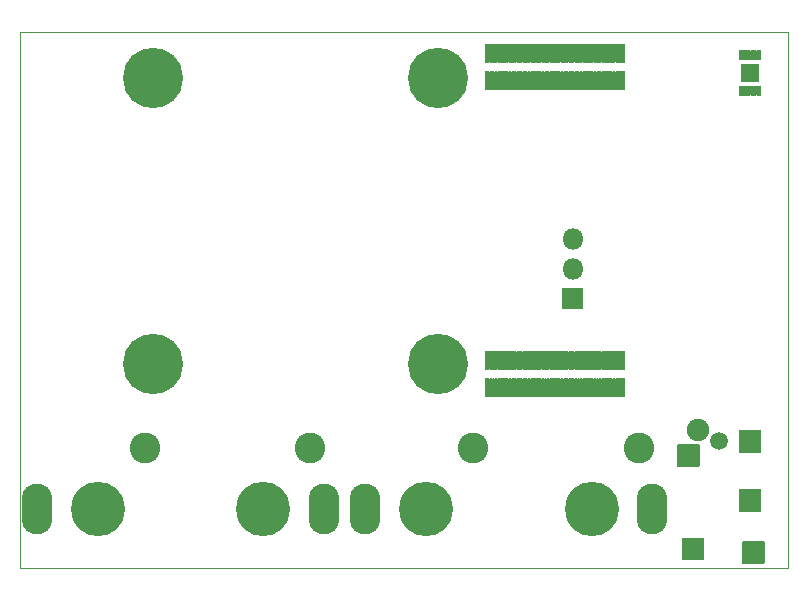
<source format=gbs>
G04 #@! TF.GenerationSoftware,KiCad,Pcbnew,(5.1.8)-1*
G04 #@! TF.CreationDate,2021-01-26T22:47:04-05:00*
G04 #@! TF.ProjectId,kimchi_ulid,6b696d63-6869-45f7-956c-69642e6b6963,v0.1*
G04 #@! TF.SameCoordinates,Original*
G04 #@! TF.FileFunction,Soldermask,Bot*
G04 #@! TF.FilePolarity,Negative*
%FSLAX46Y46*%
G04 Gerber Fmt 4.6, Leading zero omitted, Abs format (unit mm)*
G04 Created by KiCad (PCBNEW (5.1.8)-1) date 2021-01-26 22:47:04*
%MOMM*%
%LPD*%
G01*
G04 APERTURE LIST*
G04 #@! TA.AperFunction,Profile*
%ADD10C,0.100000*%
G04 #@! TD*
%ADD11O,1.801600X1.801600*%
%ADD12C,1.501600*%
%ADD13C,1.901600*%
%ADD14C,2.601600*%
%ADD15O,2.601600X4.301600*%
%ADD16C,4.601600*%
%ADD17C,5.101600*%
%ADD18C,0.100000*%
G04 APERTURE END LIST*
D10*
X172000000Y-80600000D02*
X107000000Y-80600000D01*
X107000000Y-126000000D02*
X172000000Y-126000000D01*
X107000000Y-80600000D02*
X107000000Y-126000000D01*
X172000000Y-126000000D02*
X172000000Y-80600000D01*
X172000000Y-80600000D02*
X107000000Y-80600000D01*
X107000000Y-126000000D02*
X172000000Y-126000000D01*
X107000000Y-80600000D02*
X107000000Y-126000000D01*
X172000000Y-126000000D02*
X172000000Y-80600000D01*
G36*
G01*
X154700800Y-102350000D02*
X154700800Y-104050000D01*
G75*
G02*
X154650000Y-104100800I-50800J0D01*
G01*
X152950000Y-104100800D01*
G75*
G02*
X152899200Y-104050000I0J50800D01*
G01*
X152899200Y-102350000D01*
G75*
G02*
X152950000Y-102299200I50800J0D01*
G01*
X154650000Y-102299200D01*
G75*
G02*
X154700800Y-102350000I0J-50800D01*
G01*
G37*
D11*
X153800000Y-100660000D03*
X153800000Y-98120000D03*
D12*
X166200000Y-115300000D03*
G36*
G01*
X169700000Y-116250800D02*
X167900000Y-116250800D01*
G75*
G02*
X167849200Y-116200000I0J50800D01*
G01*
X167849200Y-114400000D01*
G75*
G02*
X167900000Y-114349200I50800J0D01*
G01*
X169700000Y-114349200D01*
G75*
G02*
X169750800Y-114400000I0J-50800D01*
G01*
X169750800Y-116200000D01*
G75*
G02*
X169700000Y-116250800I-50800J0D01*
G01*
G37*
D13*
X164400000Y-114300000D03*
G36*
G01*
X164500000Y-117450800D02*
X162700000Y-117450800D01*
G75*
G02*
X162649200Y-117400000I0J50800D01*
G01*
X162649200Y-115600000D01*
G75*
G02*
X162700000Y-115549200I50800J0D01*
G01*
X164500000Y-115549200D01*
G75*
G02*
X164550800Y-115600000I0J-50800D01*
G01*
X164550800Y-117400000D01*
G75*
G02*
X164500000Y-117450800I-50800J0D01*
G01*
G37*
G36*
G01*
X169700000Y-121250800D02*
X167900000Y-121250800D01*
G75*
G02*
X167849200Y-121200000I0J50800D01*
G01*
X167849200Y-119400000D01*
G75*
G02*
X167900000Y-119349200I50800J0D01*
G01*
X169700000Y-119349200D01*
G75*
G02*
X169750800Y-119400000I0J-50800D01*
G01*
X169750800Y-121200000D01*
G75*
G02*
X169700000Y-121250800I-50800J0D01*
G01*
G37*
G36*
G01*
X164900000Y-125350800D02*
X163100000Y-125350800D01*
G75*
G02*
X163049200Y-125300000I0J50800D01*
G01*
X163049200Y-123500000D01*
G75*
G02*
X163100000Y-123449200I50800J0D01*
G01*
X164900000Y-123449200D01*
G75*
G02*
X164950800Y-123500000I0J-50800D01*
G01*
X164950800Y-125300000D01*
G75*
G02*
X164900000Y-125350800I-50800J0D01*
G01*
G37*
G36*
G01*
X170000000Y-125650800D02*
X168200000Y-125650800D01*
G75*
G02*
X168149200Y-125600000I0J50800D01*
G01*
X168149200Y-123800000D01*
G75*
G02*
X168200000Y-123749200I50800J0D01*
G01*
X170000000Y-123749200D01*
G75*
G02*
X170050800Y-123800000I0J-50800D01*
G01*
X170050800Y-125600000D01*
G75*
G02*
X170000000Y-125650800I-50800J0D01*
G01*
G37*
D14*
X131600000Y-115875000D03*
X117600000Y-115875000D03*
D15*
X108450000Y-121000000D03*
X132750000Y-121000000D03*
D16*
X113600000Y-121000000D03*
X127600000Y-121000000D03*
D14*
X159400000Y-115875000D03*
X145400000Y-115875000D03*
D15*
X136250000Y-121000000D03*
X160550000Y-121000000D03*
D16*
X141400000Y-121000000D03*
X155400000Y-121000000D03*
D17*
X142400000Y-108700000D03*
X142400000Y-84500000D03*
X118250000Y-108700000D03*
X118250000Y-84500000D03*
G36*
G01*
X148650800Y-110010000D02*
X148650800Y-111510000D01*
G75*
G02*
X148600000Y-111560800I-50800J0D01*
G01*
X148400000Y-111560800D01*
G75*
G02*
X148349200Y-111510000I0J50800D01*
G01*
X148349200Y-110010000D01*
G75*
G02*
X148400000Y-109959200I50800J0D01*
G01*
X148600000Y-109959200D01*
G75*
G02*
X148650800Y-110010000I0J-50800D01*
G01*
G37*
G36*
G01*
X149050800Y-110010000D02*
X149050800Y-111510000D01*
G75*
G02*
X149000000Y-111560800I-50800J0D01*
G01*
X148800000Y-111560800D01*
G75*
G02*
X148749200Y-111510000I0J50800D01*
G01*
X148749200Y-110010000D01*
G75*
G02*
X148800000Y-109959200I50800J0D01*
G01*
X149000000Y-109959200D01*
G75*
G02*
X149050800Y-110010000I0J-50800D01*
G01*
G37*
G36*
G01*
X149450800Y-110010000D02*
X149450800Y-111510000D01*
G75*
G02*
X149400000Y-111560800I-50800J0D01*
G01*
X149200000Y-111560800D01*
G75*
G02*
X149149200Y-111510000I0J50800D01*
G01*
X149149200Y-110010000D01*
G75*
G02*
X149200000Y-109959200I50800J0D01*
G01*
X149400000Y-109959200D01*
G75*
G02*
X149450800Y-110010000I0J-50800D01*
G01*
G37*
G36*
G01*
X149850800Y-110010000D02*
X149850800Y-111510000D01*
G75*
G02*
X149800000Y-111560800I-50800J0D01*
G01*
X149600000Y-111560800D01*
G75*
G02*
X149549200Y-111510000I0J50800D01*
G01*
X149549200Y-110010000D01*
G75*
G02*
X149600000Y-109959200I50800J0D01*
G01*
X149800000Y-109959200D01*
G75*
G02*
X149850800Y-110010000I0J-50800D01*
G01*
G37*
G36*
G01*
X150250800Y-110010000D02*
X150250800Y-111510000D01*
G75*
G02*
X150200000Y-111560800I-50800J0D01*
G01*
X150000000Y-111560800D01*
G75*
G02*
X149949200Y-111510000I0J50800D01*
G01*
X149949200Y-110010000D01*
G75*
G02*
X150000000Y-109959200I50800J0D01*
G01*
X150200000Y-109959200D01*
G75*
G02*
X150250800Y-110010000I0J-50800D01*
G01*
G37*
G36*
G01*
X146650800Y-107690000D02*
X146650800Y-109190000D01*
G75*
G02*
X146600000Y-109240800I-50800J0D01*
G01*
X146400000Y-109240800D01*
G75*
G02*
X146349200Y-109190000I0J50800D01*
G01*
X146349200Y-107690000D01*
G75*
G02*
X146400000Y-107639200I50800J0D01*
G01*
X146600000Y-107639200D01*
G75*
G02*
X146650800Y-107690000I0J-50800D01*
G01*
G37*
G36*
G01*
X150650800Y-110010000D02*
X150650800Y-111510000D01*
G75*
G02*
X150600000Y-111560800I-50800J0D01*
G01*
X150400000Y-111560800D01*
G75*
G02*
X150349200Y-111510000I0J50800D01*
G01*
X150349200Y-110010000D01*
G75*
G02*
X150400000Y-109959200I50800J0D01*
G01*
X150600000Y-109959200D01*
G75*
G02*
X150650800Y-110010000I0J-50800D01*
G01*
G37*
G36*
G01*
X147050800Y-107690000D02*
X147050800Y-109190000D01*
G75*
G02*
X147000000Y-109240800I-50800J0D01*
G01*
X146800000Y-109240800D01*
G75*
G02*
X146749200Y-109190000I0J50800D01*
G01*
X146749200Y-107690000D01*
G75*
G02*
X146800000Y-107639200I50800J0D01*
G01*
X147000000Y-107639200D01*
G75*
G02*
X147050800Y-107690000I0J-50800D01*
G01*
G37*
G36*
G01*
X151050800Y-110010000D02*
X151050800Y-111510000D01*
G75*
G02*
X151000000Y-111560800I-50800J0D01*
G01*
X150800000Y-111560800D01*
G75*
G02*
X150749200Y-111510000I0J50800D01*
G01*
X150749200Y-110010000D01*
G75*
G02*
X150800000Y-109959200I50800J0D01*
G01*
X151000000Y-109959200D01*
G75*
G02*
X151050800Y-110010000I0J-50800D01*
G01*
G37*
G36*
G01*
X147450800Y-107690000D02*
X147450800Y-109190000D01*
G75*
G02*
X147400000Y-109240800I-50800J0D01*
G01*
X147200000Y-109240800D01*
G75*
G02*
X147149200Y-109190000I0J50800D01*
G01*
X147149200Y-107690000D01*
G75*
G02*
X147200000Y-107639200I50800J0D01*
G01*
X147400000Y-107639200D01*
G75*
G02*
X147450800Y-107690000I0J-50800D01*
G01*
G37*
G36*
G01*
X151450800Y-110010000D02*
X151450800Y-111510000D01*
G75*
G02*
X151400000Y-111560800I-50800J0D01*
G01*
X151200000Y-111560800D01*
G75*
G02*
X151149200Y-111510000I0J50800D01*
G01*
X151149200Y-110010000D01*
G75*
G02*
X151200000Y-109959200I50800J0D01*
G01*
X151400000Y-109959200D01*
G75*
G02*
X151450800Y-110010000I0J-50800D01*
G01*
G37*
G36*
G01*
X147850800Y-107690000D02*
X147850800Y-109190000D01*
G75*
G02*
X147800000Y-109240800I-50800J0D01*
G01*
X147600000Y-109240800D01*
G75*
G02*
X147549200Y-109190000I0J50800D01*
G01*
X147549200Y-107690000D01*
G75*
G02*
X147600000Y-107639200I50800J0D01*
G01*
X147800000Y-107639200D01*
G75*
G02*
X147850800Y-107690000I0J-50800D01*
G01*
G37*
G36*
G01*
X151850800Y-110010000D02*
X151850800Y-111510000D01*
G75*
G02*
X151800000Y-111560800I-50800J0D01*
G01*
X151600000Y-111560800D01*
G75*
G02*
X151549200Y-111510000I0J50800D01*
G01*
X151549200Y-110010000D01*
G75*
G02*
X151600000Y-109959200I50800J0D01*
G01*
X151800000Y-109959200D01*
G75*
G02*
X151850800Y-110010000I0J-50800D01*
G01*
G37*
G36*
G01*
X148250800Y-107690000D02*
X148250800Y-109190000D01*
G75*
G02*
X148200000Y-109240800I-50800J0D01*
G01*
X148000000Y-109240800D01*
G75*
G02*
X147949200Y-109190000I0J50800D01*
G01*
X147949200Y-107690000D01*
G75*
G02*
X148000000Y-107639200I50800J0D01*
G01*
X148200000Y-107639200D01*
G75*
G02*
X148250800Y-107690000I0J-50800D01*
G01*
G37*
G36*
G01*
X152250800Y-110010000D02*
X152250800Y-111510000D01*
G75*
G02*
X152200000Y-111560800I-50800J0D01*
G01*
X152000000Y-111560800D01*
G75*
G02*
X151949200Y-111510000I0J50800D01*
G01*
X151949200Y-110010000D01*
G75*
G02*
X152000000Y-109959200I50800J0D01*
G01*
X152200000Y-109959200D01*
G75*
G02*
X152250800Y-110010000I0J-50800D01*
G01*
G37*
G36*
G01*
X148650800Y-107690000D02*
X148650800Y-109190000D01*
G75*
G02*
X148600000Y-109240800I-50800J0D01*
G01*
X148400000Y-109240800D01*
G75*
G02*
X148349200Y-109190000I0J50800D01*
G01*
X148349200Y-107690000D01*
G75*
G02*
X148400000Y-107639200I50800J0D01*
G01*
X148600000Y-107639200D01*
G75*
G02*
X148650800Y-107690000I0J-50800D01*
G01*
G37*
G36*
G01*
X152650800Y-110010000D02*
X152650800Y-111510000D01*
G75*
G02*
X152600000Y-111560800I-50800J0D01*
G01*
X152400000Y-111560800D01*
G75*
G02*
X152349200Y-111510000I0J50800D01*
G01*
X152349200Y-110010000D01*
G75*
G02*
X152400000Y-109959200I50800J0D01*
G01*
X152600000Y-109959200D01*
G75*
G02*
X152650800Y-110010000I0J-50800D01*
G01*
G37*
G36*
G01*
X149050800Y-107690000D02*
X149050800Y-109190000D01*
G75*
G02*
X149000000Y-109240800I-50800J0D01*
G01*
X148800000Y-109240800D01*
G75*
G02*
X148749200Y-109190000I0J50800D01*
G01*
X148749200Y-107690000D01*
G75*
G02*
X148800000Y-107639200I50800J0D01*
G01*
X149000000Y-107639200D01*
G75*
G02*
X149050800Y-107690000I0J-50800D01*
G01*
G37*
G36*
G01*
X153050800Y-110010000D02*
X153050800Y-111510000D01*
G75*
G02*
X153000000Y-111560800I-50800J0D01*
G01*
X152800000Y-111560800D01*
G75*
G02*
X152749200Y-111510000I0J50800D01*
G01*
X152749200Y-110010000D01*
G75*
G02*
X152800000Y-109959200I50800J0D01*
G01*
X153000000Y-109959200D01*
G75*
G02*
X153050800Y-110010000I0J-50800D01*
G01*
G37*
G36*
G01*
X149450800Y-107690000D02*
X149450800Y-109190000D01*
G75*
G02*
X149400000Y-109240800I-50800J0D01*
G01*
X149200000Y-109240800D01*
G75*
G02*
X149149200Y-109190000I0J50800D01*
G01*
X149149200Y-107690000D01*
G75*
G02*
X149200000Y-107639200I50800J0D01*
G01*
X149400000Y-107639200D01*
G75*
G02*
X149450800Y-107690000I0J-50800D01*
G01*
G37*
G36*
G01*
X153450800Y-110010000D02*
X153450800Y-111510000D01*
G75*
G02*
X153400000Y-111560800I-50800J0D01*
G01*
X153200000Y-111560800D01*
G75*
G02*
X153149200Y-111510000I0J50800D01*
G01*
X153149200Y-110010000D01*
G75*
G02*
X153200000Y-109959200I50800J0D01*
G01*
X153400000Y-109959200D01*
G75*
G02*
X153450800Y-110010000I0J-50800D01*
G01*
G37*
G36*
G01*
X149850800Y-107690000D02*
X149850800Y-109190000D01*
G75*
G02*
X149800000Y-109240800I-50800J0D01*
G01*
X149600000Y-109240800D01*
G75*
G02*
X149549200Y-109190000I0J50800D01*
G01*
X149549200Y-107690000D01*
G75*
G02*
X149600000Y-107639200I50800J0D01*
G01*
X149800000Y-107639200D01*
G75*
G02*
X149850800Y-107690000I0J-50800D01*
G01*
G37*
G36*
G01*
X153850800Y-110010000D02*
X153850800Y-111510000D01*
G75*
G02*
X153800000Y-111560800I-50800J0D01*
G01*
X153600000Y-111560800D01*
G75*
G02*
X153549200Y-111510000I0J50800D01*
G01*
X153549200Y-110010000D01*
G75*
G02*
X153600000Y-109959200I50800J0D01*
G01*
X153800000Y-109959200D01*
G75*
G02*
X153850800Y-110010000I0J-50800D01*
G01*
G37*
G36*
G01*
X150250800Y-107690000D02*
X150250800Y-109190000D01*
G75*
G02*
X150200000Y-109240800I-50800J0D01*
G01*
X150000000Y-109240800D01*
G75*
G02*
X149949200Y-109190000I0J50800D01*
G01*
X149949200Y-107690000D01*
G75*
G02*
X150000000Y-107639200I50800J0D01*
G01*
X150200000Y-107639200D01*
G75*
G02*
X150250800Y-107690000I0J-50800D01*
G01*
G37*
G36*
G01*
X154250800Y-110010000D02*
X154250800Y-111510000D01*
G75*
G02*
X154200000Y-111560800I-50800J0D01*
G01*
X154000000Y-111560800D01*
G75*
G02*
X153949200Y-111510000I0J50800D01*
G01*
X153949200Y-110010000D01*
G75*
G02*
X154000000Y-109959200I50800J0D01*
G01*
X154200000Y-109959200D01*
G75*
G02*
X154250800Y-110010000I0J-50800D01*
G01*
G37*
G36*
G01*
X150650800Y-107690000D02*
X150650800Y-109190000D01*
G75*
G02*
X150600000Y-109240800I-50800J0D01*
G01*
X150400000Y-109240800D01*
G75*
G02*
X150349200Y-109190000I0J50800D01*
G01*
X150349200Y-107690000D01*
G75*
G02*
X150400000Y-107639200I50800J0D01*
G01*
X150600000Y-107639200D01*
G75*
G02*
X150650800Y-107690000I0J-50800D01*
G01*
G37*
G36*
G01*
X154650800Y-110010000D02*
X154650800Y-111510000D01*
G75*
G02*
X154600000Y-111560800I-50800J0D01*
G01*
X154400000Y-111560800D01*
G75*
G02*
X154349200Y-111510000I0J50800D01*
G01*
X154349200Y-110010000D01*
G75*
G02*
X154400000Y-109959200I50800J0D01*
G01*
X154600000Y-109959200D01*
G75*
G02*
X154650800Y-110010000I0J-50800D01*
G01*
G37*
G36*
G01*
X151050800Y-107690000D02*
X151050800Y-109190000D01*
G75*
G02*
X151000000Y-109240800I-50800J0D01*
G01*
X150800000Y-109240800D01*
G75*
G02*
X150749200Y-109190000I0J50800D01*
G01*
X150749200Y-107690000D01*
G75*
G02*
X150800000Y-107639200I50800J0D01*
G01*
X151000000Y-107639200D01*
G75*
G02*
X151050800Y-107690000I0J-50800D01*
G01*
G37*
G36*
G01*
X155050800Y-110010000D02*
X155050800Y-111510000D01*
G75*
G02*
X155000000Y-111560800I-50800J0D01*
G01*
X154800000Y-111560800D01*
G75*
G02*
X154749200Y-111510000I0J50800D01*
G01*
X154749200Y-110010000D01*
G75*
G02*
X154800000Y-109959200I50800J0D01*
G01*
X155000000Y-109959200D01*
G75*
G02*
X155050800Y-110010000I0J-50800D01*
G01*
G37*
G36*
G01*
X151450800Y-107690000D02*
X151450800Y-109190000D01*
G75*
G02*
X151400000Y-109240800I-50800J0D01*
G01*
X151200000Y-109240800D01*
G75*
G02*
X151149200Y-109190000I0J50800D01*
G01*
X151149200Y-107690000D01*
G75*
G02*
X151200000Y-107639200I50800J0D01*
G01*
X151400000Y-107639200D01*
G75*
G02*
X151450800Y-107690000I0J-50800D01*
G01*
G37*
G36*
G01*
X155450800Y-110010000D02*
X155450800Y-111510000D01*
G75*
G02*
X155400000Y-111560800I-50800J0D01*
G01*
X155200000Y-111560800D01*
G75*
G02*
X155149200Y-111510000I0J50800D01*
G01*
X155149200Y-110010000D01*
G75*
G02*
X155200000Y-109959200I50800J0D01*
G01*
X155400000Y-109959200D01*
G75*
G02*
X155450800Y-110010000I0J-50800D01*
G01*
G37*
G36*
G01*
X151850800Y-107690000D02*
X151850800Y-109190000D01*
G75*
G02*
X151800000Y-109240800I-50800J0D01*
G01*
X151600000Y-109240800D01*
G75*
G02*
X151549200Y-109190000I0J50800D01*
G01*
X151549200Y-107690000D01*
G75*
G02*
X151600000Y-107639200I50800J0D01*
G01*
X151800000Y-107639200D01*
G75*
G02*
X151850800Y-107690000I0J-50800D01*
G01*
G37*
G36*
G01*
X155850800Y-110010000D02*
X155850800Y-111510000D01*
G75*
G02*
X155800000Y-111560800I-50800J0D01*
G01*
X155600000Y-111560800D01*
G75*
G02*
X155549200Y-111510000I0J50800D01*
G01*
X155549200Y-110010000D01*
G75*
G02*
X155600000Y-109959200I50800J0D01*
G01*
X155800000Y-109959200D01*
G75*
G02*
X155850800Y-110010000I0J-50800D01*
G01*
G37*
G36*
G01*
X152250800Y-107690000D02*
X152250800Y-109190000D01*
G75*
G02*
X152200000Y-109240800I-50800J0D01*
G01*
X152000000Y-109240800D01*
G75*
G02*
X151949200Y-109190000I0J50800D01*
G01*
X151949200Y-107690000D01*
G75*
G02*
X152000000Y-107639200I50800J0D01*
G01*
X152200000Y-107639200D01*
G75*
G02*
X152250800Y-107690000I0J-50800D01*
G01*
G37*
G36*
G01*
X156250800Y-110010000D02*
X156250800Y-111510000D01*
G75*
G02*
X156200000Y-111560800I-50800J0D01*
G01*
X156000000Y-111560800D01*
G75*
G02*
X155949200Y-111510000I0J50800D01*
G01*
X155949200Y-110010000D01*
G75*
G02*
X156000000Y-109959200I50800J0D01*
G01*
X156200000Y-109959200D01*
G75*
G02*
X156250800Y-110010000I0J-50800D01*
G01*
G37*
G36*
G01*
X152650800Y-107690000D02*
X152650800Y-109190000D01*
G75*
G02*
X152600000Y-109240800I-50800J0D01*
G01*
X152400000Y-109240800D01*
G75*
G02*
X152349200Y-109190000I0J50800D01*
G01*
X152349200Y-107690000D01*
G75*
G02*
X152400000Y-107639200I50800J0D01*
G01*
X152600000Y-107639200D01*
G75*
G02*
X152650800Y-107690000I0J-50800D01*
G01*
G37*
G36*
G01*
X156650800Y-110010000D02*
X156650800Y-111510000D01*
G75*
G02*
X156600000Y-111560800I-50800J0D01*
G01*
X156400000Y-111560800D01*
G75*
G02*
X156349200Y-111510000I0J50800D01*
G01*
X156349200Y-110010000D01*
G75*
G02*
X156400000Y-109959200I50800J0D01*
G01*
X156600000Y-109959200D01*
G75*
G02*
X156650800Y-110010000I0J-50800D01*
G01*
G37*
G36*
G01*
X153050800Y-107690000D02*
X153050800Y-109190000D01*
G75*
G02*
X153000000Y-109240800I-50800J0D01*
G01*
X152800000Y-109240800D01*
G75*
G02*
X152749200Y-109190000I0J50800D01*
G01*
X152749200Y-107690000D01*
G75*
G02*
X152800000Y-107639200I50800J0D01*
G01*
X153000000Y-107639200D01*
G75*
G02*
X153050800Y-107690000I0J-50800D01*
G01*
G37*
G36*
G01*
X157050800Y-110010000D02*
X157050800Y-111510000D01*
G75*
G02*
X157000000Y-111560800I-50800J0D01*
G01*
X156800000Y-111560800D01*
G75*
G02*
X156749200Y-111510000I0J50800D01*
G01*
X156749200Y-110010000D01*
G75*
G02*
X156800000Y-109959200I50800J0D01*
G01*
X157000000Y-109959200D01*
G75*
G02*
X157050800Y-110010000I0J-50800D01*
G01*
G37*
G36*
G01*
X153450800Y-107690000D02*
X153450800Y-109190000D01*
G75*
G02*
X153400000Y-109240800I-50800J0D01*
G01*
X153200000Y-109240800D01*
G75*
G02*
X153149200Y-109190000I0J50800D01*
G01*
X153149200Y-107690000D01*
G75*
G02*
X153200000Y-107639200I50800J0D01*
G01*
X153400000Y-107639200D01*
G75*
G02*
X153450800Y-107690000I0J-50800D01*
G01*
G37*
G36*
G01*
X157450800Y-110010000D02*
X157450800Y-111510000D01*
G75*
G02*
X157400000Y-111560800I-50800J0D01*
G01*
X157200000Y-111560800D01*
G75*
G02*
X157149200Y-111510000I0J50800D01*
G01*
X157149200Y-110010000D01*
G75*
G02*
X157200000Y-109959200I50800J0D01*
G01*
X157400000Y-109959200D01*
G75*
G02*
X157450800Y-110010000I0J-50800D01*
G01*
G37*
G36*
G01*
X153850800Y-107690000D02*
X153850800Y-109190000D01*
G75*
G02*
X153800000Y-109240800I-50800J0D01*
G01*
X153600000Y-109240800D01*
G75*
G02*
X153549200Y-109190000I0J50800D01*
G01*
X153549200Y-107690000D01*
G75*
G02*
X153600000Y-107639200I50800J0D01*
G01*
X153800000Y-107639200D01*
G75*
G02*
X153850800Y-107690000I0J-50800D01*
G01*
G37*
G36*
G01*
X157850800Y-110010000D02*
X157850800Y-111510000D01*
G75*
G02*
X157800000Y-111560800I-50800J0D01*
G01*
X157600000Y-111560800D01*
G75*
G02*
X157549200Y-111510000I0J50800D01*
G01*
X157549200Y-110010000D01*
G75*
G02*
X157600000Y-109959200I50800J0D01*
G01*
X157800000Y-109959200D01*
G75*
G02*
X157850800Y-110010000I0J-50800D01*
G01*
G37*
G36*
G01*
X154250800Y-107690000D02*
X154250800Y-109190000D01*
G75*
G02*
X154200000Y-109240800I-50800J0D01*
G01*
X154000000Y-109240800D01*
G75*
G02*
X153949200Y-109190000I0J50800D01*
G01*
X153949200Y-107690000D01*
G75*
G02*
X154000000Y-107639200I50800J0D01*
G01*
X154200000Y-107639200D01*
G75*
G02*
X154250800Y-107690000I0J-50800D01*
G01*
G37*
G36*
G01*
X158250800Y-110010000D02*
X158250800Y-111510000D01*
G75*
G02*
X158200000Y-111560800I-50800J0D01*
G01*
X158000000Y-111560800D01*
G75*
G02*
X157949200Y-111510000I0J50800D01*
G01*
X157949200Y-110010000D01*
G75*
G02*
X158000000Y-109959200I50800J0D01*
G01*
X158200000Y-109959200D01*
G75*
G02*
X158250800Y-110010000I0J-50800D01*
G01*
G37*
G36*
G01*
X154650800Y-107690000D02*
X154650800Y-109190000D01*
G75*
G02*
X154600000Y-109240800I-50800J0D01*
G01*
X154400000Y-109240800D01*
G75*
G02*
X154349200Y-109190000I0J50800D01*
G01*
X154349200Y-107690000D01*
G75*
G02*
X154400000Y-107639200I50800J0D01*
G01*
X154600000Y-107639200D01*
G75*
G02*
X154650800Y-107690000I0J-50800D01*
G01*
G37*
G36*
G01*
X146650800Y-110010000D02*
X146650800Y-111510000D01*
G75*
G02*
X146600000Y-111560800I-50800J0D01*
G01*
X146400000Y-111560800D01*
G75*
G02*
X146349200Y-111510000I0J50800D01*
G01*
X146349200Y-110010000D01*
G75*
G02*
X146400000Y-109959200I50800J0D01*
G01*
X146600000Y-109959200D01*
G75*
G02*
X146650800Y-110010000I0J-50800D01*
G01*
G37*
G36*
G01*
X155050800Y-107690000D02*
X155050800Y-109190000D01*
G75*
G02*
X155000000Y-109240800I-50800J0D01*
G01*
X154800000Y-109240800D01*
G75*
G02*
X154749200Y-109190000I0J50800D01*
G01*
X154749200Y-107690000D01*
G75*
G02*
X154800000Y-107639200I50800J0D01*
G01*
X155000000Y-107639200D01*
G75*
G02*
X155050800Y-107690000I0J-50800D01*
G01*
G37*
G36*
G01*
X147050800Y-110010000D02*
X147050800Y-111510000D01*
G75*
G02*
X147000000Y-111560800I-50800J0D01*
G01*
X146800000Y-111560800D01*
G75*
G02*
X146749200Y-111510000I0J50800D01*
G01*
X146749200Y-110010000D01*
G75*
G02*
X146800000Y-109959200I50800J0D01*
G01*
X147000000Y-109959200D01*
G75*
G02*
X147050800Y-110010000I0J-50800D01*
G01*
G37*
G36*
G01*
X155450800Y-107690000D02*
X155450800Y-109190000D01*
G75*
G02*
X155400000Y-109240800I-50800J0D01*
G01*
X155200000Y-109240800D01*
G75*
G02*
X155149200Y-109190000I0J50800D01*
G01*
X155149200Y-107690000D01*
G75*
G02*
X155200000Y-107639200I50800J0D01*
G01*
X155400000Y-107639200D01*
G75*
G02*
X155450800Y-107690000I0J-50800D01*
G01*
G37*
G36*
G01*
X147450800Y-110010000D02*
X147450800Y-111510000D01*
G75*
G02*
X147400000Y-111560800I-50800J0D01*
G01*
X147200000Y-111560800D01*
G75*
G02*
X147149200Y-111510000I0J50800D01*
G01*
X147149200Y-110010000D01*
G75*
G02*
X147200000Y-109959200I50800J0D01*
G01*
X147400000Y-109959200D01*
G75*
G02*
X147450800Y-110010000I0J-50800D01*
G01*
G37*
G36*
G01*
X155850800Y-107690000D02*
X155850800Y-109190000D01*
G75*
G02*
X155800000Y-109240800I-50800J0D01*
G01*
X155600000Y-109240800D01*
G75*
G02*
X155549200Y-109190000I0J50800D01*
G01*
X155549200Y-107690000D01*
G75*
G02*
X155600000Y-107639200I50800J0D01*
G01*
X155800000Y-107639200D01*
G75*
G02*
X155850800Y-107690000I0J-50800D01*
G01*
G37*
G36*
G01*
X147850800Y-110010000D02*
X147850800Y-111510000D01*
G75*
G02*
X147800000Y-111560800I-50800J0D01*
G01*
X147600000Y-111560800D01*
G75*
G02*
X147549200Y-111510000I0J50800D01*
G01*
X147549200Y-110010000D01*
G75*
G02*
X147600000Y-109959200I50800J0D01*
G01*
X147800000Y-109959200D01*
G75*
G02*
X147850800Y-110010000I0J-50800D01*
G01*
G37*
G36*
G01*
X156250800Y-107690000D02*
X156250800Y-109190000D01*
G75*
G02*
X156200000Y-109240800I-50800J0D01*
G01*
X156000000Y-109240800D01*
G75*
G02*
X155949200Y-109190000I0J50800D01*
G01*
X155949200Y-107690000D01*
G75*
G02*
X156000000Y-107639200I50800J0D01*
G01*
X156200000Y-107639200D01*
G75*
G02*
X156250800Y-107690000I0J-50800D01*
G01*
G37*
G36*
G01*
X148250800Y-110010000D02*
X148250800Y-111510000D01*
G75*
G02*
X148200000Y-111560800I-50800J0D01*
G01*
X148000000Y-111560800D01*
G75*
G02*
X147949200Y-111510000I0J50800D01*
G01*
X147949200Y-110010000D01*
G75*
G02*
X148000000Y-109959200I50800J0D01*
G01*
X148200000Y-109959200D01*
G75*
G02*
X148250800Y-110010000I0J-50800D01*
G01*
G37*
G36*
G01*
X156650800Y-107690000D02*
X156650800Y-109190000D01*
G75*
G02*
X156600000Y-109240800I-50800J0D01*
G01*
X156400000Y-109240800D01*
G75*
G02*
X156349200Y-109190000I0J50800D01*
G01*
X156349200Y-107690000D01*
G75*
G02*
X156400000Y-107639200I50800J0D01*
G01*
X156600000Y-107639200D01*
G75*
G02*
X156650800Y-107690000I0J-50800D01*
G01*
G37*
G36*
G01*
X157050800Y-107690000D02*
X157050800Y-109190000D01*
G75*
G02*
X157000000Y-109240800I-50800J0D01*
G01*
X156800000Y-109240800D01*
G75*
G02*
X156749200Y-109190000I0J50800D01*
G01*
X156749200Y-107690000D01*
G75*
G02*
X156800000Y-107639200I50800J0D01*
G01*
X157000000Y-107639200D01*
G75*
G02*
X157050800Y-107690000I0J-50800D01*
G01*
G37*
G36*
G01*
X157450800Y-107690000D02*
X157450800Y-109190000D01*
G75*
G02*
X157400000Y-109240800I-50800J0D01*
G01*
X157200000Y-109240800D01*
G75*
G02*
X157149200Y-109190000I0J50800D01*
G01*
X157149200Y-107690000D01*
G75*
G02*
X157200000Y-107639200I50800J0D01*
G01*
X157400000Y-107639200D01*
G75*
G02*
X157450800Y-107690000I0J-50800D01*
G01*
G37*
G36*
G01*
X157850800Y-107690000D02*
X157850800Y-109190000D01*
G75*
G02*
X157800000Y-109240800I-50800J0D01*
G01*
X157600000Y-109240800D01*
G75*
G02*
X157549200Y-109190000I0J50800D01*
G01*
X157549200Y-107690000D01*
G75*
G02*
X157600000Y-107639200I50800J0D01*
G01*
X157800000Y-107639200D01*
G75*
G02*
X157850800Y-107690000I0J-50800D01*
G01*
G37*
G36*
G01*
X158250800Y-107690000D02*
X158250800Y-109190000D01*
G75*
G02*
X158200000Y-109240800I-50800J0D01*
G01*
X158000000Y-109240800D01*
G75*
G02*
X157949200Y-109190000I0J50800D01*
G01*
X157949200Y-107690000D01*
G75*
G02*
X158000000Y-107639200I50800J0D01*
G01*
X158200000Y-107639200D01*
G75*
G02*
X158250800Y-107690000I0J-50800D01*
G01*
G37*
G36*
G01*
X148650800Y-84010000D02*
X148650800Y-85510000D01*
G75*
G02*
X148600000Y-85560800I-50800J0D01*
G01*
X148400000Y-85560800D01*
G75*
G02*
X148349200Y-85510000I0J50800D01*
G01*
X148349200Y-84010000D01*
G75*
G02*
X148400000Y-83959200I50800J0D01*
G01*
X148600000Y-83959200D01*
G75*
G02*
X148650800Y-84010000I0J-50800D01*
G01*
G37*
G36*
G01*
X149050800Y-84010000D02*
X149050800Y-85510000D01*
G75*
G02*
X149000000Y-85560800I-50800J0D01*
G01*
X148800000Y-85560800D01*
G75*
G02*
X148749200Y-85510000I0J50800D01*
G01*
X148749200Y-84010000D01*
G75*
G02*
X148800000Y-83959200I50800J0D01*
G01*
X149000000Y-83959200D01*
G75*
G02*
X149050800Y-84010000I0J-50800D01*
G01*
G37*
G36*
G01*
X149450800Y-84010000D02*
X149450800Y-85510000D01*
G75*
G02*
X149400000Y-85560800I-50800J0D01*
G01*
X149200000Y-85560800D01*
G75*
G02*
X149149200Y-85510000I0J50800D01*
G01*
X149149200Y-84010000D01*
G75*
G02*
X149200000Y-83959200I50800J0D01*
G01*
X149400000Y-83959200D01*
G75*
G02*
X149450800Y-84010000I0J-50800D01*
G01*
G37*
G36*
G01*
X149850800Y-84010000D02*
X149850800Y-85510000D01*
G75*
G02*
X149800000Y-85560800I-50800J0D01*
G01*
X149600000Y-85560800D01*
G75*
G02*
X149549200Y-85510000I0J50800D01*
G01*
X149549200Y-84010000D01*
G75*
G02*
X149600000Y-83959200I50800J0D01*
G01*
X149800000Y-83959200D01*
G75*
G02*
X149850800Y-84010000I0J-50800D01*
G01*
G37*
G36*
G01*
X150250800Y-84010000D02*
X150250800Y-85510000D01*
G75*
G02*
X150200000Y-85560800I-50800J0D01*
G01*
X150000000Y-85560800D01*
G75*
G02*
X149949200Y-85510000I0J50800D01*
G01*
X149949200Y-84010000D01*
G75*
G02*
X150000000Y-83959200I50800J0D01*
G01*
X150200000Y-83959200D01*
G75*
G02*
X150250800Y-84010000I0J-50800D01*
G01*
G37*
G36*
G01*
X146650800Y-81690000D02*
X146650800Y-83190000D01*
G75*
G02*
X146600000Y-83240800I-50800J0D01*
G01*
X146400000Y-83240800D01*
G75*
G02*
X146349200Y-83190000I0J50800D01*
G01*
X146349200Y-81690000D01*
G75*
G02*
X146400000Y-81639200I50800J0D01*
G01*
X146600000Y-81639200D01*
G75*
G02*
X146650800Y-81690000I0J-50800D01*
G01*
G37*
G36*
G01*
X150650800Y-84010000D02*
X150650800Y-85510000D01*
G75*
G02*
X150600000Y-85560800I-50800J0D01*
G01*
X150400000Y-85560800D01*
G75*
G02*
X150349200Y-85510000I0J50800D01*
G01*
X150349200Y-84010000D01*
G75*
G02*
X150400000Y-83959200I50800J0D01*
G01*
X150600000Y-83959200D01*
G75*
G02*
X150650800Y-84010000I0J-50800D01*
G01*
G37*
G36*
G01*
X147050800Y-81690000D02*
X147050800Y-83190000D01*
G75*
G02*
X147000000Y-83240800I-50800J0D01*
G01*
X146800000Y-83240800D01*
G75*
G02*
X146749200Y-83190000I0J50800D01*
G01*
X146749200Y-81690000D01*
G75*
G02*
X146800000Y-81639200I50800J0D01*
G01*
X147000000Y-81639200D01*
G75*
G02*
X147050800Y-81690000I0J-50800D01*
G01*
G37*
G36*
G01*
X151050800Y-84010000D02*
X151050800Y-85510000D01*
G75*
G02*
X151000000Y-85560800I-50800J0D01*
G01*
X150800000Y-85560800D01*
G75*
G02*
X150749200Y-85510000I0J50800D01*
G01*
X150749200Y-84010000D01*
G75*
G02*
X150800000Y-83959200I50800J0D01*
G01*
X151000000Y-83959200D01*
G75*
G02*
X151050800Y-84010000I0J-50800D01*
G01*
G37*
G36*
G01*
X147450800Y-81690000D02*
X147450800Y-83190000D01*
G75*
G02*
X147400000Y-83240800I-50800J0D01*
G01*
X147200000Y-83240800D01*
G75*
G02*
X147149200Y-83190000I0J50800D01*
G01*
X147149200Y-81690000D01*
G75*
G02*
X147200000Y-81639200I50800J0D01*
G01*
X147400000Y-81639200D01*
G75*
G02*
X147450800Y-81690000I0J-50800D01*
G01*
G37*
G36*
G01*
X151450800Y-84010000D02*
X151450800Y-85510000D01*
G75*
G02*
X151400000Y-85560800I-50800J0D01*
G01*
X151200000Y-85560800D01*
G75*
G02*
X151149200Y-85510000I0J50800D01*
G01*
X151149200Y-84010000D01*
G75*
G02*
X151200000Y-83959200I50800J0D01*
G01*
X151400000Y-83959200D01*
G75*
G02*
X151450800Y-84010000I0J-50800D01*
G01*
G37*
G36*
G01*
X147850800Y-81690000D02*
X147850800Y-83190000D01*
G75*
G02*
X147800000Y-83240800I-50800J0D01*
G01*
X147600000Y-83240800D01*
G75*
G02*
X147549200Y-83190000I0J50800D01*
G01*
X147549200Y-81690000D01*
G75*
G02*
X147600000Y-81639200I50800J0D01*
G01*
X147800000Y-81639200D01*
G75*
G02*
X147850800Y-81690000I0J-50800D01*
G01*
G37*
G36*
G01*
X151850800Y-84010000D02*
X151850800Y-85510000D01*
G75*
G02*
X151800000Y-85560800I-50800J0D01*
G01*
X151600000Y-85560800D01*
G75*
G02*
X151549200Y-85510000I0J50800D01*
G01*
X151549200Y-84010000D01*
G75*
G02*
X151600000Y-83959200I50800J0D01*
G01*
X151800000Y-83959200D01*
G75*
G02*
X151850800Y-84010000I0J-50800D01*
G01*
G37*
G36*
G01*
X148250800Y-81690000D02*
X148250800Y-83190000D01*
G75*
G02*
X148200000Y-83240800I-50800J0D01*
G01*
X148000000Y-83240800D01*
G75*
G02*
X147949200Y-83190000I0J50800D01*
G01*
X147949200Y-81690000D01*
G75*
G02*
X148000000Y-81639200I50800J0D01*
G01*
X148200000Y-81639200D01*
G75*
G02*
X148250800Y-81690000I0J-50800D01*
G01*
G37*
G36*
G01*
X152250800Y-84010000D02*
X152250800Y-85510000D01*
G75*
G02*
X152200000Y-85560800I-50800J0D01*
G01*
X152000000Y-85560800D01*
G75*
G02*
X151949200Y-85510000I0J50800D01*
G01*
X151949200Y-84010000D01*
G75*
G02*
X152000000Y-83959200I50800J0D01*
G01*
X152200000Y-83959200D01*
G75*
G02*
X152250800Y-84010000I0J-50800D01*
G01*
G37*
G36*
G01*
X148650800Y-81690000D02*
X148650800Y-83190000D01*
G75*
G02*
X148600000Y-83240800I-50800J0D01*
G01*
X148400000Y-83240800D01*
G75*
G02*
X148349200Y-83190000I0J50800D01*
G01*
X148349200Y-81690000D01*
G75*
G02*
X148400000Y-81639200I50800J0D01*
G01*
X148600000Y-81639200D01*
G75*
G02*
X148650800Y-81690000I0J-50800D01*
G01*
G37*
G36*
G01*
X152650800Y-84010000D02*
X152650800Y-85510000D01*
G75*
G02*
X152600000Y-85560800I-50800J0D01*
G01*
X152400000Y-85560800D01*
G75*
G02*
X152349200Y-85510000I0J50800D01*
G01*
X152349200Y-84010000D01*
G75*
G02*
X152400000Y-83959200I50800J0D01*
G01*
X152600000Y-83959200D01*
G75*
G02*
X152650800Y-84010000I0J-50800D01*
G01*
G37*
G36*
G01*
X149050800Y-81690000D02*
X149050800Y-83190000D01*
G75*
G02*
X149000000Y-83240800I-50800J0D01*
G01*
X148800000Y-83240800D01*
G75*
G02*
X148749200Y-83190000I0J50800D01*
G01*
X148749200Y-81690000D01*
G75*
G02*
X148800000Y-81639200I50800J0D01*
G01*
X149000000Y-81639200D01*
G75*
G02*
X149050800Y-81690000I0J-50800D01*
G01*
G37*
G36*
G01*
X153050800Y-84010000D02*
X153050800Y-85510000D01*
G75*
G02*
X153000000Y-85560800I-50800J0D01*
G01*
X152800000Y-85560800D01*
G75*
G02*
X152749200Y-85510000I0J50800D01*
G01*
X152749200Y-84010000D01*
G75*
G02*
X152800000Y-83959200I50800J0D01*
G01*
X153000000Y-83959200D01*
G75*
G02*
X153050800Y-84010000I0J-50800D01*
G01*
G37*
G36*
G01*
X149450800Y-81690000D02*
X149450800Y-83190000D01*
G75*
G02*
X149400000Y-83240800I-50800J0D01*
G01*
X149200000Y-83240800D01*
G75*
G02*
X149149200Y-83190000I0J50800D01*
G01*
X149149200Y-81690000D01*
G75*
G02*
X149200000Y-81639200I50800J0D01*
G01*
X149400000Y-81639200D01*
G75*
G02*
X149450800Y-81690000I0J-50800D01*
G01*
G37*
G36*
G01*
X153450800Y-84010000D02*
X153450800Y-85510000D01*
G75*
G02*
X153400000Y-85560800I-50800J0D01*
G01*
X153200000Y-85560800D01*
G75*
G02*
X153149200Y-85510000I0J50800D01*
G01*
X153149200Y-84010000D01*
G75*
G02*
X153200000Y-83959200I50800J0D01*
G01*
X153400000Y-83959200D01*
G75*
G02*
X153450800Y-84010000I0J-50800D01*
G01*
G37*
G36*
G01*
X149850800Y-81690000D02*
X149850800Y-83190000D01*
G75*
G02*
X149800000Y-83240800I-50800J0D01*
G01*
X149600000Y-83240800D01*
G75*
G02*
X149549200Y-83190000I0J50800D01*
G01*
X149549200Y-81690000D01*
G75*
G02*
X149600000Y-81639200I50800J0D01*
G01*
X149800000Y-81639200D01*
G75*
G02*
X149850800Y-81690000I0J-50800D01*
G01*
G37*
G36*
G01*
X153850800Y-84010000D02*
X153850800Y-85510000D01*
G75*
G02*
X153800000Y-85560800I-50800J0D01*
G01*
X153600000Y-85560800D01*
G75*
G02*
X153549200Y-85510000I0J50800D01*
G01*
X153549200Y-84010000D01*
G75*
G02*
X153600000Y-83959200I50800J0D01*
G01*
X153800000Y-83959200D01*
G75*
G02*
X153850800Y-84010000I0J-50800D01*
G01*
G37*
G36*
G01*
X150250800Y-81690000D02*
X150250800Y-83190000D01*
G75*
G02*
X150200000Y-83240800I-50800J0D01*
G01*
X150000000Y-83240800D01*
G75*
G02*
X149949200Y-83190000I0J50800D01*
G01*
X149949200Y-81690000D01*
G75*
G02*
X150000000Y-81639200I50800J0D01*
G01*
X150200000Y-81639200D01*
G75*
G02*
X150250800Y-81690000I0J-50800D01*
G01*
G37*
G36*
G01*
X154250800Y-84010000D02*
X154250800Y-85510000D01*
G75*
G02*
X154200000Y-85560800I-50800J0D01*
G01*
X154000000Y-85560800D01*
G75*
G02*
X153949200Y-85510000I0J50800D01*
G01*
X153949200Y-84010000D01*
G75*
G02*
X154000000Y-83959200I50800J0D01*
G01*
X154200000Y-83959200D01*
G75*
G02*
X154250800Y-84010000I0J-50800D01*
G01*
G37*
G36*
G01*
X150650800Y-81690000D02*
X150650800Y-83190000D01*
G75*
G02*
X150600000Y-83240800I-50800J0D01*
G01*
X150400000Y-83240800D01*
G75*
G02*
X150349200Y-83190000I0J50800D01*
G01*
X150349200Y-81690000D01*
G75*
G02*
X150400000Y-81639200I50800J0D01*
G01*
X150600000Y-81639200D01*
G75*
G02*
X150650800Y-81690000I0J-50800D01*
G01*
G37*
G36*
G01*
X154650800Y-84010000D02*
X154650800Y-85510000D01*
G75*
G02*
X154600000Y-85560800I-50800J0D01*
G01*
X154400000Y-85560800D01*
G75*
G02*
X154349200Y-85510000I0J50800D01*
G01*
X154349200Y-84010000D01*
G75*
G02*
X154400000Y-83959200I50800J0D01*
G01*
X154600000Y-83959200D01*
G75*
G02*
X154650800Y-84010000I0J-50800D01*
G01*
G37*
G36*
G01*
X151050800Y-81690000D02*
X151050800Y-83190000D01*
G75*
G02*
X151000000Y-83240800I-50800J0D01*
G01*
X150800000Y-83240800D01*
G75*
G02*
X150749200Y-83190000I0J50800D01*
G01*
X150749200Y-81690000D01*
G75*
G02*
X150800000Y-81639200I50800J0D01*
G01*
X151000000Y-81639200D01*
G75*
G02*
X151050800Y-81690000I0J-50800D01*
G01*
G37*
G36*
G01*
X155050800Y-84010000D02*
X155050800Y-85510000D01*
G75*
G02*
X155000000Y-85560800I-50800J0D01*
G01*
X154800000Y-85560800D01*
G75*
G02*
X154749200Y-85510000I0J50800D01*
G01*
X154749200Y-84010000D01*
G75*
G02*
X154800000Y-83959200I50800J0D01*
G01*
X155000000Y-83959200D01*
G75*
G02*
X155050800Y-84010000I0J-50800D01*
G01*
G37*
G36*
G01*
X151450800Y-81690000D02*
X151450800Y-83190000D01*
G75*
G02*
X151400000Y-83240800I-50800J0D01*
G01*
X151200000Y-83240800D01*
G75*
G02*
X151149200Y-83190000I0J50800D01*
G01*
X151149200Y-81690000D01*
G75*
G02*
X151200000Y-81639200I50800J0D01*
G01*
X151400000Y-81639200D01*
G75*
G02*
X151450800Y-81690000I0J-50800D01*
G01*
G37*
G36*
G01*
X155450800Y-84010000D02*
X155450800Y-85510000D01*
G75*
G02*
X155400000Y-85560800I-50800J0D01*
G01*
X155200000Y-85560800D01*
G75*
G02*
X155149200Y-85510000I0J50800D01*
G01*
X155149200Y-84010000D01*
G75*
G02*
X155200000Y-83959200I50800J0D01*
G01*
X155400000Y-83959200D01*
G75*
G02*
X155450800Y-84010000I0J-50800D01*
G01*
G37*
G36*
G01*
X151850800Y-81690000D02*
X151850800Y-83190000D01*
G75*
G02*
X151800000Y-83240800I-50800J0D01*
G01*
X151600000Y-83240800D01*
G75*
G02*
X151549200Y-83190000I0J50800D01*
G01*
X151549200Y-81690000D01*
G75*
G02*
X151600000Y-81639200I50800J0D01*
G01*
X151800000Y-81639200D01*
G75*
G02*
X151850800Y-81690000I0J-50800D01*
G01*
G37*
G36*
G01*
X155850800Y-84010000D02*
X155850800Y-85510000D01*
G75*
G02*
X155800000Y-85560800I-50800J0D01*
G01*
X155600000Y-85560800D01*
G75*
G02*
X155549200Y-85510000I0J50800D01*
G01*
X155549200Y-84010000D01*
G75*
G02*
X155600000Y-83959200I50800J0D01*
G01*
X155800000Y-83959200D01*
G75*
G02*
X155850800Y-84010000I0J-50800D01*
G01*
G37*
G36*
G01*
X152250800Y-81690000D02*
X152250800Y-83190000D01*
G75*
G02*
X152200000Y-83240800I-50800J0D01*
G01*
X152000000Y-83240800D01*
G75*
G02*
X151949200Y-83190000I0J50800D01*
G01*
X151949200Y-81690000D01*
G75*
G02*
X152000000Y-81639200I50800J0D01*
G01*
X152200000Y-81639200D01*
G75*
G02*
X152250800Y-81690000I0J-50800D01*
G01*
G37*
G36*
G01*
X156250800Y-84010000D02*
X156250800Y-85510000D01*
G75*
G02*
X156200000Y-85560800I-50800J0D01*
G01*
X156000000Y-85560800D01*
G75*
G02*
X155949200Y-85510000I0J50800D01*
G01*
X155949200Y-84010000D01*
G75*
G02*
X156000000Y-83959200I50800J0D01*
G01*
X156200000Y-83959200D01*
G75*
G02*
X156250800Y-84010000I0J-50800D01*
G01*
G37*
G36*
G01*
X152650800Y-81690000D02*
X152650800Y-83190000D01*
G75*
G02*
X152600000Y-83240800I-50800J0D01*
G01*
X152400000Y-83240800D01*
G75*
G02*
X152349200Y-83190000I0J50800D01*
G01*
X152349200Y-81690000D01*
G75*
G02*
X152400000Y-81639200I50800J0D01*
G01*
X152600000Y-81639200D01*
G75*
G02*
X152650800Y-81690000I0J-50800D01*
G01*
G37*
G36*
G01*
X156650800Y-84010000D02*
X156650800Y-85510000D01*
G75*
G02*
X156600000Y-85560800I-50800J0D01*
G01*
X156400000Y-85560800D01*
G75*
G02*
X156349200Y-85510000I0J50800D01*
G01*
X156349200Y-84010000D01*
G75*
G02*
X156400000Y-83959200I50800J0D01*
G01*
X156600000Y-83959200D01*
G75*
G02*
X156650800Y-84010000I0J-50800D01*
G01*
G37*
G36*
G01*
X153050800Y-81690000D02*
X153050800Y-83190000D01*
G75*
G02*
X153000000Y-83240800I-50800J0D01*
G01*
X152800000Y-83240800D01*
G75*
G02*
X152749200Y-83190000I0J50800D01*
G01*
X152749200Y-81690000D01*
G75*
G02*
X152800000Y-81639200I50800J0D01*
G01*
X153000000Y-81639200D01*
G75*
G02*
X153050800Y-81690000I0J-50800D01*
G01*
G37*
G36*
G01*
X157050800Y-84010000D02*
X157050800Y-85510000D01*
G75*
G02*
X157000000Y-85560800I-50800J0D01*
G01*
X156800000Y-85560800D01*
G75*
G02*
X156749200Y-85510000I0J50800D01*
G01*
X156749200Y-84010000D01*
G75*
G02*
X156800000Y-83959200I50800J0D01*
G01*
X157000000Y-83959200D01*
G75*
G02*
X157050800Y-84010000I0J-50800D01*
G01*
G37*
G36*
G01*
X153450800Y-81690000D02*
X153450800Y-83190000D01*
G75*
G02*
X153400000Y-83240800I-50800J0D01*
G01*
X153200000Y-83240800D01*
G75*
G02*
X153149200Y-83190000I0J50800D01*
G01*
X153149200Y-81690000D01*
G75*
G02*
X153200000Y-81639200I50800J0D01*
G01*
X153400000Y-81639200D01*
G75*
G02*
X153450800Y-81690000I0J-50800D01*
G01*
G37*
G36*
G01*
X157450800Y-84010000D02*
X157450800Y-85510000D01*
G75*
G02*
X157400000Y-85560800I-50800J0D01*
G01*
X157200000Y-85560800D01*
G75*
G02*
X157149200Y-85510000I0J50800D01*
G01*
X157149200Y-84010000D01*
G75*
G02*
X157200000Y-83959200I50800J0D01*
G01*
X157400000Y-83959200D01*
G75*
G02*
X157450800Y-84010000I0J-50800D01*
G01*
G37*
G36*
G01*
X153850800Y-81690000D02*
X153850800Y-83190000D01*
G75*
G02*
X153800000Y-83240800I-50800J0D01*
G01*
X153600000Y-83240800D01*
G75*
G02*
X153549200Y-83190000I0J50800D01*
G01*
X153549200Y-81690000D01*
G75*
G02*
X153600000Y-81639200I50800J0D01*
G01*
X153800000Y-81639200D01*
G75*
G02*
X153850800Y-81690000I0J-50800D01*
G01*
G37*
G36*
G01*
X157850800Y-84010000D02*
X157850800Y-85510000D01*
G75*
G02*
X157800000Y-85560800I-50800J0D01*
G01*
X157600000Y-85560800D01*
G75*
G02*
X157549200Y-85510000I0J50800D01*
G01*
X157549200Y-84010000D01*
G75*
G02*
X157600000Y-83959200I50800J0D01*
G01*
X157800000Y-83959200D01*
G75*
G02*
X157850800Y-84010000I0J-50800D01*
G01*
G37*
G36*
G01*
X154250800Y-81690000D02*
X154250800Y-83190000D01*
G75*
G02*
X154200000Y-83240800I-50800J0D01*
G01*
X154000000Y-83240800D01*
G75*
G02*
X153949200Y-83190000I0J50800D01*
G01*
X153949200Y-81690000D01*
G75*
G02*
X154000000Y-81639200I50800J0D01*
G01*
X154200000Y-81639200D01*
G75*
G02*
X154250800Y-81690000I0J-50800D01*
G01*
G37*
G36*
G01*
X158250800Y-84010000D02*
X158250800Y-85510000D01*
G75*
G02*
X158200000Y-85560800I-50800J0D01*
G01*
X158000000Y-85560800D01*
G75*
G02*
X157949200Y-85510000I0J50800D01*
G01*
X157949200Y-84010000D01*
G75*
G02*
X158000000Y-83959200I50800J0D01*
G01*
X158200000Y-83959200D01*
G75*
G02*
X158250800Y-84010000I0J-50800D01*
G01*
G37*
G36*
G01*
X154650800Y-81690000D02*
X154650800Y-83190000D01*
G75*
G02*
X154600000Y-83240800I-50800J0D01*
G01*
X154400000Y-83240800D01*
G75*
G02*
X154349200Y-83190000I0J50800D01*
G01*
X154349200Y-81690000D01*
G75*
G02*
X154400000Y-81639200I50800J0D01*
G01*
X154600000Y-81639200D01*
G75*
G02*
X154650800Y-81690000I0J-50800D01*
G01*
G37*
G36*
G01*
X146650800Y-84010000D02*
X146650800Y-85510000D01*
G75*
G02*
X146600000Y-85560800I-50800J0D01*
G01*
X146400000Y-85560800D01*
G75*
G02*
X146349200Y-85510000I0J50800D01*
G01*
X146349200Y-84010000D01*
G75*
G02*
X146400000Y-83959200I50800J0D01*
G01*
X146600000Y-83959200D01*
G75*
G02*
X146650800Y-84010000I0J-50800D01*
G01*
G37*
G36*
G01*
X155050800Y-81690000D02*
X155050800Y-83190000D01*
G75*
G02*
X155000000Y-83240800I-50800J0D01*
G01*
X154800000Y-83240800D01*
G75*
G02*
X154749200Y-83190000I0J50800D01*
G01*
X154749200Y-81690000D01*
G75*
G02*
X154800000Y-81639200I50800J0D01*
G01*
X155000000Y-81639200D01*
G75*
G02*
X155050800Y-81690000I0J-50800D01*
G01*
G37*
G36*
G01*
X147050800Y-84010000D02*
X147050800Y-85510000D01*
G75*
G02*
X147000000Y-85560800I-50800J0D01*
G01*
X146800000Y-85560800D01*
G75*
G02*
X146749200Y-85510000I0J50800D01*
G01*
X146749200Y-84010000D01*
G75*
G02*
X146800000Y-83959200I50800J0D01*
G01*
X147000000Y-83959200D01*
G75*
G02*
X147050800Y-84010000I0J-50800D01*
G01*
G37*
G36*
G01*
X155450800Y-81690000D02*
X155450800Y-83190000D01*
G75*
G02*
X155400000Y-83240800I-50800J0D01*
G01*
X155200000Y-83240800D01*
G75*
G02*
X155149200Y-83190000I0J50800D01*
G01*
X155149200Y-81690000D01*
G75*
G02*
X155200000Y-81639200I50800J0D01*
G01*
X155400000Y-81639200D01*
G75*
G02*
X155450800Y-81690000I0J-50800D01*
G01*
G37*
G36*
G01*
X147450800Y-84010000D02*
X147450800Y-85510000D01*
G75*
G02*
X147400000Y-85560800I-50800J0D01*
G01*
X147200000Y-85560800D01*
G75*
G02*
X147149200Y-85510000I0J50800D01*
G01*
X147149200Y-84010000D01*
G75*
G02*
X147200000Y-83959200I50800J0D01*
G01*
X147400000Y-83959200D01*
G75*
G02*
X147450800Y-84010000I0J-50800D01*
G01*
G37*
G36*
G01*
X155850800Y-81690000D02*
X155850800Y-83190000D01*
G75*
G02*
X155800000Y-83240800I-50800J0D01*
G01*
X155600000Y-83240800D01*
G75*
G02*
X155549200Y-83190000I0J50800D01*
G01*
X155549200Y-81690000D01*
G75*
G02*
X155600000Y-81639200I50800J0D01*
G01*
X155800000Y-81639200D01*
G75*
G02*
X155850800Y-81690000I0J-50800D01*
G01*
G37*
G36*
G01*
X147850800Y-84010000D02*
X147850800Y-85510000D01*
G75*
G02*
X147800000Y-85560800I-50800J0D01*
G01*
X147600000Y-85560800D01*
G75*
G02*
X147549200Y-85510000I0J50800D01*
G01*
X147549200Y-84010000D01*
G75*
G02*
X147600000Y-83959200I50800J0D01*
G01*
X147800000Y-83959200D01*
G75*
G02*
X147850800Y-84010000I0J-50800D01*
G01*
G37*
G36*
G01*
X156250800Y-81690000D02*
X156250800Y-83190000D01*
G75*
G02*
X156200000Y-83240800I-50800J0D01*
G01*
X156000000Y-83240800D01*
G75*
G02*
X155949200Y-83190000I0J50800D01*
G01*
X155949200Y-81690000D01*
G75*
G02*
X156000000Y-81639200I50800J0D01*
G01*
X156200000Y-81639200D01*
G75*
G02*
X156250800Y-81690000I0J-50800D01*
G01*
G37*
G36*
G01*
X148250800Y-84010000D02*
X148250800Y-85510000D01*
G75*
G02*
X148200000Y-85560800I-50800J0D01*
G01*
X148000000Y-85560800D01*
G75*
G02*
X147949200Y-85510000I0J50800D01*
G01*
X147949200Y-84010000D01*
G75*
G02*
X148000000Y-83959200I50800J0D01*
G01*
X148200000Y-83959200D01*
G75*
G02*
X148250800Y-84010000I0J-50800D01*
G01*
G37*
G36*
G01*
X156650800Y-81690000D02*
X156650800Y-83190000D01*
G75*
G02*
X156600000Y-83240800I-50800J0D01*
G01*
X156400000Y-83240800D01*
G75*
G02*
X156349200Y-83190000I0J50800D01*
G01*
X156349200Y-81690000D01*
G75*
G02*
X156400000Y-81639200I50800J0D01*
G01*
X156600000Y-81639200D01*
G75*
G02*
X156650800Y-81690000I0J-50800D01*
G01*
G37*
G36*
G01*
X157050800Y-81690000D02*
X157050800Y-83190000D01*
G75*
G02*
X157000000Y-83240800I-50800J0D01*
G01*
X156800000Y-83240800D01*
G75*
G02*
X156749200Y-83190000I0J50800D01*
G01*
X156749200Y-81690000D01*
G75*
G02*
X156800000Y-81639200I50800J0D01*
G01*
X157000000Y-81639200D01*
G75*
G02*
X157050800Y-81690000I0J-50800D01*
G01*
G37*
G36*
G01*
X157450800Y-81690000D02*
X157450800Y-83190000D01*
G75*
G02*
X157400000Y-83240800I-50800J0D01*
G01*
X157200000Y-83240800D01*
G75*
G02*
X157149200Y-83190000I0J50800D01*
G01*
X157149200Y-81690000D01*
G75*
G02*
X157200000Y-81639200I50800J0D01*
G01*
X157400000Y-81639200D01*
G75*
G02*
X157450800Y-81690000I0J-50800D01*
G01*
G37*
G36*
G01*
X157850800Y-81690000D02*
X157850800Y-83190000D01*
G75*
G02*
X157800000Y-83240800I-50800J0D01*
G01*
X157600000Y-83240800D01*
G75*
G02*
X157549200Y-83190000I0J50800D01*
G01*
X157549200Y-81690000D01*
G75*
G02*
X157600000Y-81639200I50800J0D01*
G01*
X157800000Y-81639200D01*
G75*
G02*
X157850800Y-81690000I0J-50800D01*
G01*
G37*
G36*
G01*
X158250800Y-81690000D02*
X158250800Y-83190000D01*
G75*
G02*
X158200000Y-83240800I-50800J0D01*
G01*
X158000000Y-83240800D01*
G75*
G02*
X157949200Y-83190000I0J50800D01*
G01*
X157949200Y-81690000D01*
G75*
G02*
X158000000Y-81639200I50800J0D01*
G01*
X158200000Y-81639200D01*
G75*
G02*
X158250800Y-81690000I0J-50800D01*
G01*
G37*
G36*
G01*
X169530001Y-84830800D02*
X168069999Y-84830800D01*
G75*
G02*
X168019200Y-84780001I0J50799D01*
G01*
X168019200Y-83419999D01*
G75*
G02*
X168069999Y-83369200I50799J0D01*
G01*
X169530001Y-83369200D01*
G75*
G02*
X169580800Y-83419999I0J-50799D01*
G01*
X169580800Y-84780001D01*
G75*
G02*
X169530001Y-84830800I-50799J0D01*
G01*
G37*
G36*
G01*
X169700000Y-83025800D02*
X169400000Y-83025800D01*
G75*
G02*
X169349200Y-82975000I0J50800D01*
G01*
X169349200Y-82225000D01*
G75*
G02*
X169400000Y-82174200I50800J0D01*
G01*
X169700000Y-82174200D01*
G75*
G02*
X169750800Y-82225000I0J-50800D01*
G01*
X169750800Y-82975000D01*
G75*
G02*
X169700000Y-83025800I-50800J0D01*
G01*
G37*
G36*
G01*
X169200000Y-83025800D02*
X168900000Y-83025800D01*
G75*
G02*
X168849200Y-82975000I0J50800D01*
G01*
X168849200Y-82225000D01*
G75*
G02*
X168900000Y-82174200I50800J0D01*
G01*
X169200000Y-82174200D01*
G75*
G02*
X169250800Y-82225000I0J-50800D01*
G01*
X169250800Y-82975000D01*
G75*
G02*
X169200000Y-83025800I-50800J0D01*
G01*
G37*
G36*
G01*
X168700000Y-83025800D02*
X168400000Y-83025800D01*
G75*
G02*
X168349200Y-82975000I0J50800D01*
G01*
X168349200Y-82225000D01*
G75*
G02*
X168400000Y-82174200I50800J0D01*
G01*
X168700000Y-82174200D01*
G75*
G02*
X168750800Y-82225000I0J-50800D01*
G01*
X168750800Y-82975000D01*
G75*
G02*
X168700000Y-83025800I-50800J0D01*
G01*
G37*
G36*
G01*
X168200000Y-83025800D02*
X167900000Y-83025800D01*
G75*
G02*
X167849200Y-82975000I0J50800D01*
G01*
X167849200Y-82225000D01*
G75*
G02*
X167900000Y-82174200I50800J0D01*
G01*
X168200000Y-82174200D01*
G75*
G02*
X168250800Y-82225000I0J-50800D01*
G01*
X168250800Y-82975000D01*
G75*
G02*
X168200000Y-83025800I-50800J0D01*
G01*
G37*
G36*
G01*
X168200000Y-86025800D02*
X167900000Y-86025800D01*
G75*
G02*
X167849200Y-85975000I0J50800D01*
G01*
X167849200Y-85225000D01*
G75*
G02*
X167900000Y-85174200I50800J0D01*
G01*
X168200000Y-85174200D01*
G75*
G02*
X168250800Y-85225000I0J-50800D01*
G01*
X168250800Y-85975000D01*
G75*
G02*
X168200000Y-86025800I-50800J0D01*
G01*
G37*
G36*
G01*
X168700000Y-86025800D02*
X168400000Y-86025800D01*
G75*
G02*
X168349200Y-85975000I0J50800D01*
G01*
X168349200Y-85225000D01*
G75*
G02*
X168400000Y-85174200I50800J0D01*
G01*
X168700000Y-85174200D01*
G75*
G02*
X168750800Y-85225000I0J-50800D01*
G01*
X168750800Y-85975000D01*
G75*
G02*
X168700000Y-86025800I-50800J0D01*
G01*
G37*
G36*
G01*
X169200000Y-86025800D02*
X168900000Y-86025800D01*
G75*
G02*
X168849200Y-85975000I0J50800D01*
G01*
X168849200Y-85225000D01*
G75*
G02*
X168900000Y-85174200I50800J0D01*
G01*
X169200000Y-85174200D01*
G75*
G02*
X169250800Y-85225000I0J-50800D01*
G01*
X169250800Y-85975000D01*
G75*
G02*
X169200000Y-86025800I-50800J0D01*
G01*
G37*
G36*
G01*
X169700000Y-86025800D02*
X169400000Y-86025800D01*
G75*
G02*
X169349200Y-85975000I0J50800D01*
G01*
X169349200Y-85225000D01*
G75*
G02*
X169400000Y-85174200I50800J0D01*
G01*
X169700000Y-85174200D01*
G75*
G02*
X169750800Y-85225000I0J-50800D01*
G01*
X169750800Y-85975000D01*
G75*
G02*
X169700000Y-86025800I-50800J0D01*
G01*
G37*
D18*
G36*
X157950932Y-109958200D02*
G01*
X157951200Y-109959200D01*
X157951200Y-111560800D01*
X157950200Y-111562532D01*
X157949200Y-111562800D01*
X157850800Y-111562800D01*
X157849068Y-111561800D01*
X157848800Y-111560800D01*
X157848800Y-109961200D01*
X157551200Y-109961200D01*
X157551200Y-111560800D01*
X157550200Y-111562532D01*
X157549200Y-111562800D01*
X157450800Y-111562800D01*
X157449068Y-111561800D01*
X157448800Y-111560800D01*
X157448800Y-109961200D01*
X157151200Y-109961200D01*
X157151200Y-111560800D01*
X157150200Y-111562532D01*
X157149200Y-111562800D01*
X157050800Y-111562800D01*
X157049068Y-111561800D01*
X157048800Y-111560800D01*
X157048800Y-109961200D01*
X156751200Y-109961200D01*
X156751200Y-111560800D01*
X156750200Y-111562532D01*
X156749200Y-111562800D01*
X156650800Y-111562800D01*
X156649068Y-111561800D01*
X156648800Y-111560800D01*
X156648800Y-109961200D01*
X156351200Y-109961200D01*
X156351200Y-111560800D01*
X156350200Y-111562532D01*
X156349200Y-111562800D01*
X156250800Y-111562800D01*
X156249068Y-111561800D01*
X156248800Y-111560800D01*
X156248800Y-109961200D01*
X155951200Y-109961200D01*
X155951200Y-111560800D01*
X155950200Y-111562532D01*
X155949200Y-111562800D01*
X155850800Y-111562800D01*
X155849068Y-111561800D01*
X155848800Y-111560800D01*
X155848800Y-109961200D01*
X155551200Y-109961200D01*
X155551200Y-111560800D01*
X155550200Y-111562532D01*
X155549200Y-111562800D01*
X155450800Y-111562800D01*
X155449068Y-111561800D01*
X155448800Y-111560800D01*
X155448800Y-109961200D01*
X155151200Y-109961200D01*
X155151200Y-111560800D01*
X155150200Y-111562532D01*
X155149200Y-111562800D01*
X155050800Y-111562800D01*
X155049068Y-111561800D01*
X155048800Y-111560800D01*
X155048800Y-109961200D01*
X154751200Y-109961200D01*
X154751200Y-111560800D01*
X154750200Y-111562532D01*
X154749200Y-111562800D01*
X154650800Y-111562800D01*
X154649068Y-111561800D01*
X154648800Y-111560800D01*
X154648800Y-109961200D01*
X154351200Y-109961200D01*
X154351200Y-111560800D01*
X154350200Y-111562532D01*
X154349200Y-111562800D01*
X154250800Y-111562800D01*
X154249068Y-111561800D01*
X154248800Y-111560800D01*
X154248800Y-109961200D01*
X153951200Y-109961200D01*
X153951200Y-111560800D01*
X153950200Y-111562532D01*
X153949200Y-111562800D01*
X153850800Y-111562800D01*
X153849068Y-111561800D01*
X153848800Y-111560800D01*
X153848800Y-109961200D01*
X153551200Y-109961200D01*
X153551200Y-111560800D01*
X153550200Y-111562532D01*
X153549200Y-111562800D01*
X153450800Y-111562800D01*
X153449068Y-111561800D01*
X153448800Y-111560800D01*
X153448800Y-109961200D01*
X153151200Y-109961200D01*
X153151200Y-111560800D01*
X153150200Y-111562532D01*
X153149200Y-111562800D01*
X153050800Y-111562800D01*
X153049068Y-111561800D01*
X153048800Y-111560800D01*
X153048800Y-109961200D01*
X152751200Y-109961200D01*
X152751200Y-111560800D01*
X152750200Y-111562532D01*
X152749200Y-111562800D01*
X152650800Y-111562800D01*
X152649068Y-111561800D01*
X152648800Y-111560800D01*
X152648800Y-109961200D01*
X152351200Y-109961200D01*
X152351200Y-111560800D01*
X152350200Y-111562532D01*
X152349200Y-111562800D01*
X152250800Y-111562800D01*
X152249068Y-111561800D01*
X152248800Y-111560800D01*
X152248800Y-109961200D01*
X151951200Y-109961200D01*
X151951200Y-111560800D01*
X151950200Y-111562532D01*
X151949200Y-111562800D01*
X151850800Y-111562800D01*
X151849068Y-111561800D01*
X151848800Y-111560800D01*
X151848800Y-109961200D01*
X151551200Y-109961200D01*
X151551200Y-111560800D01*
X151550200Y-111562532D01*
X151549200Y-111562800D01*
X151450800Y-111562800D01*
X151449068Y-111561800D01*
X151448800Y-111560800D01*
X151448800Y-109961200D01*
X151151200Y-109961200D01*
X151151200Y-111560800D01*
X151150200Y-111562532D01*
X151149200Y-111562800D01*
X151050800Y-111562800D01*
X151049068Y-111561800D01*
X151048800Y-111560800D01*
X151048800Y-109961200D01*
X150751200Y-109961200D01*
X150751200Y-111560800D01*
X150750200Y-111562532D01*
X150749200Y-111562800D01*
X150650800Y-111562800D01*
X150649068Y-111561800D01*
X150648800Y-111560800D01*
X150648800Y-109961200D01*
X150351200Y-109961200D01*
X150351200Y-111560800D01*
X150350200Y-111562532D01*
X150349200Y-111562800D01*
X150250800Y-111562800D01*
X150249068Y-111561800D01*
X150248800Y-111560800D01*
X150248800Y-109961200D01*
X149951200Y-109961200D01*
X149951200Y-111560800D01*
X149950200Y-111562532D01*
X149949200Y-111562800D01*
X149850800Y-111562800D01*
X149849068Y-111561800D01*
X149848800Y-111560800D01*
X149848800Y-109961200D01*
X149551200Y-109961200D01*
X149551200Y-111560800D01*
X149550200Y-111562532D01*
X149549200Y-111562800D01*
X149450800Y-111562800D01*
X149449068Y-111561800D01*
X149448800Y-111560800D01*
X149448800Y-109961200D01*
X149151200Y-109961200D01*
X149151200Y-111560800D01*
X149150200Y-111562532D01*
X149149200Y-111562800D01*
X149050800Y-111562800D01*
X149049068Y-111561800D01*
X149048800Y-111560800D01*
X149048800Y-109961200D01*
X148751200Y-109961200D01*
X148751200Y-111560800D01*
X148750200Y-111562532D01*
X148749200Y-111562800D01*
X148650800Y-111562800D01*
X148649068Y-111561800D01*
X148648800Y-111560800D01*
X148648800Y-109961200D01*
X148351200Y-109961200D01*
X148351200Y-111560800D01*
X148350200Y-111562532D01*
X148349200Y-111562800D01*
X148250800Y-111562800D01*
X148249068Y-111561800D01*
X148248800Y-111560800D01*
X148248800Y-109961200D01*
X147951200Y-109961200D01*
X147951200Y-111560800D01*
X147950200Y-111562532D01*
X147949200Y-111562800D01*
X147850800Y-111562800D01*
X147849068Y-111561800D01*
X147848800Y-111560800D01*
X147848800Y-109961200D01*
X147551200Y-109961200D01*
X147551200Y-111560800D01*
X147550200Y-111562532D01*
X147549200Y-111562800D01*
X147450800Y-111562800D01*
X147449068Y-111561800D01*
X147448800Y-111560800D01*
X147448800Y-109961200D01*
X147151200Y-109961200D01*
X147151200Y-111560800D01*
X147150200Y-111562532D01*
X147149200Y-111562800D01*
X147050800Y-111562800D01*
X147049068Y-111561800D01*
X147048800Y-111560800D01*
X147048800Y-109961200D01*
X146751200Y-109961200D01*
X146751200Y-111560800D01*
X146750200Y-111562532D01*
X146749200Y-111562800D01*
X146650800Y-111562800D01*
X146649068Y-111561800D01*
X146648800Y-111560800D01*
X146648800Y-109959200D01*
X146649800Y-109957468D01*
X146650800Y-109957200D01*
X157949200Y-109957200D01*
X157950932Y-109958200D01*
G37*
G36*
X157950932Y-107638200D02*
G01*
X157951200Y-107639200D01*
X157951200Y-109240800D01*
X157950200Y-109242532D01*
X157949200Y-109242800D01*
X157850800Y-109242800D01*
X157849068Y-109241800D01*
X157848800Y-109240800D01*
X157848800Y-107641200D01*
X157551200Y-107641200D01*
X157551200Y-109240800D01*
X157550200Y-109242532D01*
X157549200Y-109242800D01*
X157450800Y-109242800D01*
X157449068Y-109241800D01*
X157448800Y-109240800D01*
X157448800Y-107641200D01*
X157151200Y-107641200D01*
X157151200Y-109240800D01*
X157150200Y-109242532D01*
X157149200Y-109242800D01*
X157050800Y-109242800D01*
X157049068Y-109241800D01*
X157048800Y-109240800D01*
X157048800Y-107641200D01*
X156751200Y-107641200D01*
X156751200Y-109240800D01*
X156750200Y-109242532D01*
X156749200Y-109242800D01*
X156650800Y-109242800D01*
X156649068Y-109241800D01*
X156648800Y-109240800D01*
X156648800Y-107641200D01*
X156351200Y-107641200D01*
X156351200Y-109240800D01*
X156350200Y-109242532D01*
X156349200Y-109242800D01*
X156250800Y-109242800D01*
X156249068Y-109241800D01*
X156248800Y-109240800D01*
X156248800Y-107641200D01*
X155951200Y-107641200D01*
X155951200Y-109240800D01*
X155950200Y-109242532D01*
X155949200Y-109242800D01*
X155850800Y-109242800D01*
X155849068Y-109241800D01*
X155848800Y-109240800D01*
X155848800Y-107641200D01*
X155551200Y-107641200D01*
X155551200Y-109240800D01*
X155550200Y-109242532D01*
X155549200Y-109242800D01*
X155450800Y-109242800D01*
X155449068Y-109241800D01*
X155448800Y-109240800D01*
X155448800Y-107641200D01*
X155151200Y-107641200D01*
X155151200Y-109240800D01*
X155150200Y-109242532D01*
X155149200Y-109242800D01*
X155050800Y-109242800D01*
X155049068Y-109241800D01*
X155048800Y-109240800D01*
X155048800Y-107641200D01*
X154751200Y-107641200D01*
X154751200Y-109240800D01*
X154750200Y-109242532D01*
X154749200Y-109242800D01*
X154650800Y-109242800D01*
X154649068Y-109241800D01*
X154648800Y-109240800D01*
X154648800Y-107641200D01*
X154351200Y-107641200D01*
X154351200Y-109240800D01*
X154350200Y-109242532D01*
X154349200Y-109242800D01*
X154250800Y-109242800D01*
X154249068Y-109241800D01*
X154248800Y-109240800D01*
X154248800Y-107641200D01*
X153951200Y-107641200D01*
X153951200Y-109240800D01*
X153950200Y-109242532D01*
X153949200Y-109242800D01*
X153850800Y-109242800D01*
X153849068Y-109241800D01*
X153848800Y-109240800D01*
X153848800Y-107641200D01*
X153551200Y-107641200D01*
X153551200Y-109240800D01*
X153550200Y-109242532D01*
X153549200Y-109242800D01*
X153450800Y-109242800D01*
X153449068Y-109241800D01*
X153448800Y-109240800D01*
X153448800Y-107641200D01*
X153151200Y-107641200D01*
X153151200Y-109240800D01*
X153150200Y-109242532D01*
X153149200Y-109242800D01*
X153050800Y-109242800D01*
X153049068Y-109241800D01*
X153048800Y-109240800D01*
X153048800Y-107641200D01*
X152751200Y-107641200D01*
X152751200Y-109240800D01*
X152750200Y-109242532D01*
X152749200Y-109242800D01*
X152650800Y-109242800D01*
X152649068Y-109241800D01*
X152648800Y-109240800D01*
X152648800Y-107641200D01*
X152351200Y-107641200D01*
X152351200Y-109240800D01*
X152350200Y-109242532D01*
X152349200Y-109242800D01*
X152250800Y-109242800D01*
X152249068Y-109241800D01*
X152248800Y-109240800D01*
X152248800Y-107641200D01*
X151951200Y-107641200D01*
X151951200Y-109240800D01*
X151950200Y-109242532D01*
X151949200Y-109242800D01*
X151850800Y-109242800D01*
X151849068Y-109241800D01*
X151848800Y-109240800D01*
X151848800Y-107641200D01*
X151551200Y-107641200D01*
X151551200Y-109240800D01*
X151550200Y-109242532D01*
X151549200Y-109242800D01*
X151450800Y-109242800D01*
X151449068Y-109241800D01*
X151448800Y-109240800D01*
X151448800Y-107641200D01*
X151151200Y-107641200D01*
X151151200Y-109240800D01*
X151150200Y-109242532D01*
X151149200Y-109242800D01*
X151050800Y-109242800D01*
X151049068Y-109241800D01*
X151048800Y-109240800D01*
X151048800Y-107641200D01*
X150751200Y-107641200D01*
X150751200Y-109240800D01*
X150750200Y-109242532D01*
X150749200Y-109242800D01*
X150650800Y-109242800D01*
X150649068Y-109241800D01*
X150648800Y-109240800D01*
X150648800Y-107641200D01*
X150351200Y-107641200D01*
X150351200Y-109240800D01*
X150350200Y-109242532D01*
X150349200Y-109242800D01*
X150250800Y-109242800D01*
X150249068Y-109241800D01*
X150248800Y-109240800D01*
X150248800Y-107641200D01*
X149951200Y-107641200D01*
X149951200Y-109240800D01*
X149950200Y-109242532D01*
X149949200Y-109242800D01*
X149850800Y-109242800D01*
X149849068Y-109241800D01*
X149848800Y-109240800D01*
X149848800Y-107641200D01*
X149551200Y-107641200D01*
X149551200Y-109240800D01*
X149550200Y-109242532D01*
X149549200Y-109242800D01*
X149450800Y-109242800D01*
X149449068Y-109241800D01*
X149448800Y-109240800D01*
X149448800Y-107641200D01*
X149151200Y-107641200D01*
X149151200Y-109240800D01*
X149150200Y-109242532D01*
X149149200Y-109242800D01*
X149050800Y-109242800D01*
X149049068Y-109241800D01*
X149048800Y-109240800D01*
X149048800Y-107641200D01*
X148751200Y-107641200D01*
X148751200Y-109240800D01*
X148750200Y-109242532D01*
X148749200Y-109242800D01*
X148650800Y-109242800D01*
X148649068Y-109241800D01*
X148648800Y-109240800D01*
X148648800Y-107641200D01*
X148351200Y-107641200D01*
X148351200Y-109240800D01*
X148350200Y-109242532D01*
X148349200Y-109242800D01*
X148250800Y-109242800D01*
X148249068Y-109241800D01*
X148248800Y-109240800D01*
X148248800Y-107641200D01*
X147951200Y-107641200D01*
X147951200Y-109240800D01*
X147950200Y-109242532D01*
X147949200Y-109242800D01*
X147850800Y-109242800D01*
X147849068Y-109241800D01*
X147848800Y-109240800D01*
X147848800Y-107641200D01*
X147551200Y-107641200D01*
X147551200Y-109240800D01*
X147550200Y-109242532D01*
X147549200Y-109242800D01*
X147450800Y-109242800D01*
X147449068Y-109241800D01*
X147448800Y-109240800D01*
X147448800Y-107641200D01*
X147151200Y-107641200D01*
X147151200Y-109240800D01*
X147150200Y-109242532D01*
X147149200Y-109242800D01*
X147050800Y-109242800D01*
X147049068Y-109241800D01*
X147048800Y-109240800D01*
X147048800Y-107641200D01*
X146751200Y-107641200D01*
X146751200Y-109240800D01*
X146750200Y-109242532D01*
X146749200Y-109242800D01*
X146650800Y-109242800D01*
X146649068Y-109241800D01*
X146648800Y-109240800D01*
X146648800Y-107639200D01*
X146649800Y-107637468D01*
X146650800Y-107637200D01*
X157949200Y-107637200D01*
X157950932Y-107638200D01*
G37*
G36*
X169350932Y-85173200D02*
G01*
X169351200Y-85174200D01*
X169351200Y-86025800D01*
X169350200Y-86027532D01*
X169349200Y-86027800D01*
X169250800Y-86027800D01*
X169249068Y-86026800D01*
X169248800Y-86025800D01*
X169248800Y-85176200D01*
X168851200Y-85176200D01*
X168851200Y-86025800D01*
X168850200Y-86027532D01*
X168849200Y-86027800D01*
X168750800Y-86027800D01*
X168749068Y-86026800D01*
X168748800Y-86025800D01*
X168748800Y-85176200D01*
X168351200Y-85176200D01*
X168351200Y-86025800D01*
X168350200Y-86027532D01*
X168349200Y-86027800D01*
X168250800Y-86027800D01*
X168249068Y-86026800D01*
X168248800Y-86025800D01*
X168248800Y-85174200D01*
X168249800Y-85172468D01*
X168250800Y-85172200D01*
X169349200Y-85172200D01*
X169350932Y-85173200D01*
G37*
G36*
X157950932Y-83958200D02*
G01*
X157951200Y-83959200D01*
X157951200Y-85560800D01*
X157950200Y-85562532D01*
X157949200Y-85562800D01*
X157850800Y-85562800D01*
X157849068Y-85561800D01*
X157848800Y-85560800D01*
X157848800Y-83961200D01*
X157551200Y-83961200D01*
X157551200Y-85560800D01*
X157550200Y-85562532D01*
X157549200Y-85562800D01*
X157450800Y-85562800D01*
X157449068Y-85561800D01*
X157448800Y-85560800D01*
X157448800Y-83961200D01*
X157151200Y-83961200D01*
X157151200Y-85560800D01*
X157150200Y-85562532D01*
X157149200Y-85562800D01*
X157050800Y-85562800D01*
X157049068Y-85561800D01*
X157048800Y-85560800D01*
X157048800Y-83961200D01*
X156751200Y-83961200D01*
X156751200Y-85560800D01*
X156750200Y-85562532D01*
X156749200Y-85562800D01*
X156650800Y-85562800D01*
X156649068Y-85561800D01*
X156648800Y-85560800D01*
X156648800Y-83961200D01*
X156351200Y-83961200D01*
X156351200Y-85560800D01*
X156350200Y-85562532D01*
X156349200Y-85562800D01*
X156250800Y-85562800D01*
X156249068Y-85561800D01*
X156248800Y-85560800D01*
X156248800Y-83961200D01*
X155951200Y-83961200D01*
X155951200Y-85560800D01*
X155950200Y-85562532D01*
X155949200Y-85562800D01*
X155850800Y-85562800D01*
X155849068Y-85561800D01*
X155848800Y-85560800D01*
X155848800Y-83961200D01*
X155551200Y-83961200D01*
X155551200Y-85560800D01*
X155550200Y-85562532D01*
X155549200Y-85562800D01*
X155450800Y-85562800D01*
X155449068Y-85561800D01*
X155448800Y-85560800D01*
X155448800Y-83961200D01*
X155151200Y-83961200D01*
X155151200Y-85560800D01*
X155150200Y-85562532D01*
X155149200Y-85562800D01*
X155050800Y-85562800D01*
X155049068Y-85561800D01*
X155048800Y-85560800D01*
X155048800Y-83961200D01*
X154751200Y-83961200D01*
X154751200Y-85560800D01*
X154750200Y-85562532D01*
X154749200Y-85562800D01*
X154650800Y-85562800D01*
X154649068Y-85561800D01*
X154648800Y-85560800D01*
X154648800Y-83961200D01*
X154351200Y-83961200D01*
X154351200Y-85560800D01*
X154350200Y-85562532D01*
X154349200Y-85562800D01*
X154250800Y-85562800D01*
X154249068Y-85561800D01*
X154248800Y-85560800D01*
X154248800Y-83961200D01*
X153951200Y-83961200D01*
X153951200Y-85560800D01*
X153950200Y-85562532D01*
X153949200Y-85562800D01*
X153850800Y-85562800D01*
X153849068Y-85561800D01*
X153848800Y-85560800D01*
X153848800Y-83961200D01*
X153551200Y-83961200D01*
X153551200Y-85560800D01*
X153550200Y-85562532D01*
X153549200Y-85562800D01*
X153450800Y-85562800D01*
X153449068Y-85561800D01*
X153448800Y-85560800D01*
X153448800Y-83961200D01*
X153151200Y-83961200D01*
X153151200Y-85560800D01*
X153150200Y-85562532D01*
X153149200Y-85562800D01*
X153050800Y-85562800D01*
X153049068Y-85561800D01*
X153048800Y-85560800D01*
X153048800Y-83961200D01*
X152751200Y-83961200D01*
X152751200Y-85560800D01*
X152750200Y-85562532D01*
X152749200Y-85562800D01*
X152650800Y-85562800D01*
X152649068Y-85561800D01*
X152648800Y-85560800D01*
X152648800Y-83961200D01*
X152351200Y-83961200D01*
X152351200Y-85560800D01*
X152350200Y-85562532D01*
X152349200Y-85562800D01*
X152250800Y-85562800D01*
X152249068Y-85561800D01*
X152248800Y-85560800D01*
X152248800Y-83961200D01*
X151951200Y-83961200D01*
X151951200Y-85560800D01*
X151950200Y-85562532D01*
X151949200Y-85562800D01*
X151850800Y-85562800D01*
X151849068Y-85561800D01*
X151848800Y-85560800D01*
X151848800Y-83961200D01*
X151551200Y-83961200D01*
X151551200Y-85560800D01*
X151550200Y-85562532D01*
X151549200Y-85562800D01*
X151450800Y-85562800D01*
X151449068Y-85561800D01*
X151448800Y-85560800D01*
X151448800Y-83961200D01*
X151151200Y-83961200D01*
X151151200Y-85560800D01*
X151150200Y-85562532D01*
X151149200Y-85562800D01*
X151050800Y-85562800D01*
X151049068Y-85561800D01*
X151048800Y-85560800D01*
X151048800Y-83961200D01*
X150751200Y-83961200D01*
X150751200Y-85560800D01*
X150750200Y-85562532D01*
X150749200Y-85562800D01*
X150650800Y-85562800D01*
X150649068Y-85561800D01*
X150648800Y-85560800D01*
X150648800Y-83961200D01*
X150351200Y-83961200D01*
X150351200Y-85560800D01*
X150350200Y-85562532D01*
X150349200Y-85562800D01*
X150250800Y-85562800D01*
X150249068Y-85561800D01*
X150248800Y-85560800D01*
X150248800Y-83961200D01*
X149951200Y-83961200D01*
X149951200Y-85560800D01*
X149950200Y-85562532D01*
X149949200Y-85562800D01*
X149850800Y-85562800D01*
X149849068Y-85561800D01*
X149848800Y-85560800D01*
X149848800Y-83961200D01*
X149551200Y-83961200D01*
X149551200Y-85560800D01*
X149550200Y-85562532D01*
X149549200Y-85562800D01*
X149450800Y-85562800D01*
X149449068Y-85561800D01*
X149448800Y-85560800D01*
X149448800Y-83961200D01*
X149151200Y-83961200D01*
X149151200Y-85560800D01*
X149150200Y-85562532D01*
X149149200Y-85562800D01*
X149050800Y-85562800D01*
X149049068Y-85561800D01*
X149048800Y-85560800D01*
X149048800Y-83961200D01*
X148751200Y-83961200D01*
X148751200Y-85560800D01*
X148750200Y-85562532D01*
X148749200Y-85562800D01*
X148650800Y-85562800D01*
X148649068Y-85561800D01*
X148648800Y-85560800D01*
X148648800Y-83961200D01*
X148351200Y-83961200D01*
X148351200Y-85560800D01*
X148350200Y-85562532D01*
X148349200Y-85562800D01*
X148250800Y-85562800D01*
X148249068Y-85561800D01*
X148248800Y-85560800D01*
X148248800Y-83961200D01*
X147951200Y-83961200D01*
X147951200Y-85560800D01*
X147950200Y-85562532D01*
X147949200Y-85562800D01*
X147850800Y-85562800D01*
X147849068Y-85561800D01*
X147848800Y-85560800D01*
X147848800Y-83961200D01*
X147551200Y-83961200D01*
X147551200Y-85560800D01*
X147550200Y-85562532D01*
X147549200Y-85562800D01*
X147450800Y-85562800D01*
X147449068Y-85561800D01*
X147448800Y-85560800D01*
X147448800Y-83961200D01*
X147151200Y-83961200D01*
X147151200Y-85560800D01*
X147150200Y-85562532D01*
X147149200Y-85562800D01*
X147050800Y-85562800D01*
X147049068Y-85561800D01*
X147048800Y-85560800D01*
X147048800Y-83961200D01*
X146751200Y-83961200D01*
X146751200Y-85560800D01*
X146750200Y-85562532D01*
X146749200Y-85562800D01*
X146650800Y-85562800D01*
X146649068Y-85561800D01*
X146648800Y-85560800D01*
X146648800Y-83959200D01*
X146649800Y-83957468D01*
X146650800Y-83957200D01*
X157949200Y-83957200D01*
X157950932Y-83958200D01*
G37*
G36*
X157950932Y-81638200D02*
G01*
X157951200Y-81639200D01*
X157951200Y-83240800D01*
X157950200Y-83242532D01*
X157949200Y-83242800D01*
X157850800Y-83242800D01*
X157849068Y-83241800D01*
X157848800Y-83240800D01*
X157848800Y-81641200D01*
X157551200Y-81641200D01*
X157551200Y-83240800D01*
X157550200Y-83242532D01*
X157549200Y-83242800D01*
X157450800Y-83242800D01*
X157449068Y-83241800D01*
X157448800Y-83240800D01*
X157448800Y-81641200D01*
X157151200Y-81641200D01*
X157151200Y-83240800D01*
X157150200Y-83242532D01*
X157149200Y-83242800D01*
X157050800Y-83242800D01*
X157049068Y-83241800D01*
X157048800Y-83240800D01*
X157048800Y-81641200D01*
X156751200Y-81641200D01*
X156751200Y-83240800D01*
X156750200Y-83242532D01*
X156749200Y-83242800D01*
X156650800Y-83242800D01*
X156649068Y-83241800D01*
X156648800Y-83240800D01*
X156648800Y-81641200D01*
X156351200Y-81641200D01*
X156351200Y-83240800D01*
X156350200Y-83242532D01*
X156349200Y-83242800D01*
X156250800Y-83242800D01*
X156249068Y-83241800D01*
X156248800Y-83240800D01*
X156248800Y-81641200D01*
X155951200Y-81641200D01*
X155951200Y-83240800D01*
X155950200Y-83242532D01*
X155949200Y-83242800D01*
X155850800Y-83242800D01*
X155849068Y-83241800D01*
X155848800Y-83240800D01*
X155848800Y-81641200D01*
X155551200Y-81641200D01*
X155551200Y-83240800D01*
X155550200Y-83242532D01*
X155549200Y-83242800D01*
X155450800Y-83242800D01*
X155449068Y-83241800D01*
X155448800Y-83240800D01*
X155448800Y-81641200D01*
X155151200Y-81641200D01*
X155151200Y-83240800D01*
X155150200Y-83242532D01*
X155149200Y-83242800D01*
X155050800Y-83242800D01*
X155049068Y-83241800D01*
X155048800Y-83240800D01*
X155048800Y-81641200D01*
X154751200Y-81641200D01*
X154751200Y-83240800D01*
X154750200Y-83242532D01*
X154749200Y-83242800D01*
X154650800Y-83242800D01*
X154649068Y-83241800D01*
X154648800Y-83240800D01*
X154648800Y-81641200D01*
X154351200Y-81641200D01*
X154351200Y-83240800D01*
X154350200Y-83242532D01*
X154349200Y-83242800D01*
X154250800Y-83242800D01*
X154249068Y-83241800D01*
X154248800Y-83240800D01*
X154248800Y-81641200D01*
X153951200Y-81641200D01*
X153951200Y-83240800D01*
X153950200Y-83242532D01*
X153949200Y-83242800D01*
X153850800Y-83242800D01*
X153849068Y-83241800D01*
X153848800Y-83240800D01*
X153848800Y-81641200D01*
X153551200Y-81641200D01*
X153551200Y-83240800D01*
X153550200Y-83242532D01*
X153549200Y-83242800D01*
X153450800Y-83242800D01*
X153449068Y-83241800D01*
X153448800Y-83240800D01*
X153448800Y-81641200D01*
X153151200Y-81641200D01*
X153151200Y-83240800D01*
X153150200Y-83242532D01*
X153149200Y-83242800D01*
X153050800Y-83242800D01*
X153049068Y-83241800D01*
X153048800Y-83240800D01*
X153048800Y-81641200D01*
X152751200Y-81641200D01*
X152751200Y-83240800D01*
X152750200Y-83242532D01*
X152749200Y-83242800D01*
X152650800Y-83242800D01*
X152649068Y-83241800D01*
X152648800Y-83240800D01*
X152648800Y-81641200D01*
X152351200Y-81641200D01*
X152351200Y-83240800D01*
X152350200Y-83242532D01*
X152349200Y-83242800D01*
X152250800Y-83242800D01*
X152249068Y-83241800D01*
X152248800Y-83240800D01*
X152248800Y-81641200D01*
X151951200Y-81641200D01*
X151951200Y-83240800D01*
X151950200Y-83242532D01*
X151949200Y-83242800D01*
X151850800Y-83242800D01*
X151849068Y-83241800D01*
X151848800Y-83240800D01*
X151848800Y-81641200D01*
X151551200Y-81641200D01*
X151551200Y-83240800D01*
X151550200Y-83242532D01*
X151549200Y-83242800D01*
X151450800Y-83242800D01*
X151449068Y-83241800D01*
X151448800Y-83240800D01*
X151448800Y-81641200D01*
X151151200Y-81641200D01*
X151151200Y-83240800D01*
X151150200Y-83242532D01*
X151149200Y-83242800D01*
X151050800Y-83242800D01*
X151049068Y-83241800D01*
X151048800Y-83240800D01*
X151048800Y-81641200D01*
X150751200Y-81641200D01*
X150751200Y-83240800D01*
X150750200Y-83242532D01*
X150749200Y-83242800D01*
X150650800Y-83242800D01*
X150649068Y-83241800D01*
X150648800Y-83240800D01*
X150648800Y-81641200D01*
X150351200Y-81641200D01*
X150351200Y-83240800D01*
X150350200Y-83242532D01*
X150349200Y-83242800D01*
X150250800Y-83242800D01*
X150249068Y-83241800D01*
X150248800Y-83240800D01*
X150248800Y-81641200D01*
X149951200Y-81641200D01*
X149951200Y-83240800D01*
X149950200Y-83242532D01*
X149949200Y-83242800D01*
X149850800Y-83242800D01*
X149849068Y-83241800D01*
X149848800Y-83240800D01*
X149848800Y-81641200D01*
X149551200Y-81641200D01*
X149551200Y-83240800D01*
X149550200Y-83242532D01*
X149549200Y-83242800D01*
X149450800Y-83242800D01*
X149449068Y-83241800D01*
X149448800Y-83240800D01*
X149448800Y-81641200D01*
X149151200Y-81641200D01*
X149151200Y-83240800D01*
X149150200Y-83242532D01*
X149149200Y-83242800D01*
X149050800Y-83242800D01*
X149049068Y-83241800D01*
X149048800Y-83240800D01*
X149048800Y-81641200D01*
X148751200Y-81641200D01*
X148751200Y-83240800D01*
X148750200Y-83242532D01*
X148749200Y-83242800D01*
X148650800Y-83242800D01*
X148649068Y-83241800D01*
X148648800Y-83240800D01*
X148648800Y-81641200D01*
X148351200Y-81641200D01*
X148351200Y-83240800D01*
X148350200Y-83242532D01*
X148349200Y-83242800D01*
X148250800Y-83242800D01*
X148249068Y-83241800D01*
X148248800Y-83240800D01*
X148248800Y-81641200D01*
X147951200Y-81641200D01*
X147951200Y-83240800D01*
X147950200Y-83242532D01*
X147949200Y-83242800D01*
X147850800Y-83242800D01*
X147849068Y-83241800D01*
X147848800Y-83240800D01*
X147848800Y-81641200D01*
X147551200Y-81641200D01*
X147551200Y-83240800D01*
X147550200Y-83242532D01*
X147549200Y-83242800D01*
X147450800Y-83242800D01*
X147449068Y-83241800D01*
X147448800Y-83240800D01*
X147448800Y-81641200D01*
X147151200Y-81641200D01*
X147151200Y-83240800D01*
X147150200Y-83242532D01*
X147149200Y-83242800D01*
X147050800Y-83242800D01*
X147049068Y-83241800D01*
X147048800Y-83240800D01*
X147048800Y-81641200D01*
X146751200Y-81641200D01*
X146751200Y-83240800D01*
X146750200Y-83242532D01*
X146749200Y-83242800D01*
X146650800Y-83242800D01*
X146649068Y-83241800D01*
X146648800Y-83240800D01*
X146648800Y-81639200D01*
X146649800Y-81637468D01*
X146650800Y-81637200D01*
X157949200Y-81637200D01*
X157950932Y-81638200D01*
G37*
G36*
X169350932Y-82173200D02*
G01*
X169351200Y-82174200D01*
X169351200Y-83025800D01*
X169350200Y-83027532D01*
X169349200Y-83027800D01*
X169250800Y-83027800D01*
X169249068Y-83026800D01*
X169248800Y-83025800D01*
X169248800Y-82176200D01*
X168851200Y-82176200D01*
X168851200Y-83025800D01*
X168850200Y-83027532D01*
X168849200Y-83027800D01*
X168750800Y-83027800D01*
X168749068Y-83026800D01*
X168748800Y-83025800D01*
X168748800Y-82176200D01*
X168351200Y-82176200D01*
X168351200Y-83025800D01*
X168350200Y-83027532D01*
X168349200Y-83027800D01*
X168250800Y-83027800D01*
X168249068Y-83026800D01*
X168248800Y-83025800D01*
X168248800Y-82174200D01*
X168249800Y-82172468D01*
X168250800Y-82172200D01*
X169349200Y-82172200D01*
X169350932Y-82173200D01*
G37*
M02*

</source>
